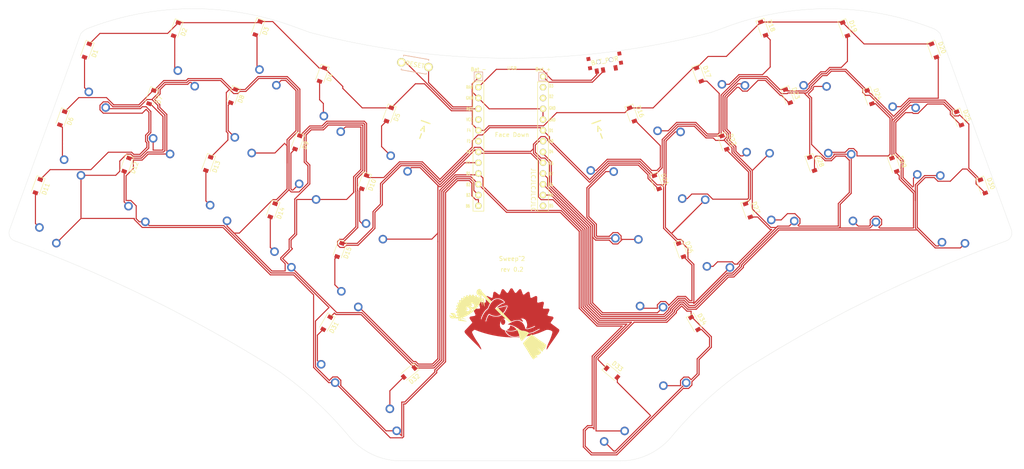
<source format=kicad_pcb>
(kicad_pcb (version 20211014) (generator pcbnew)
  (layers (0 "F.Cu" signal) (31 "B.Cu" signal) (34 "B.Paste" user) (35 "F.Paste" user) (36 "B.SilkS" user "B.Silkscreen") (37 "F.SilkS" user "F.Silkscreen") (38 "B.Mask" user) (39 "F.Mask" user) (44 "Edge.Cuts" user))
  (net 0 "")
  (net 1 "gnd")
  (net 2 "BT+")
  (net 3 "reset")
  (net 4 "row1")
  (net 5 "Net-(D1-Pad2)")
  (net 6 "Net-(D2-Pad2)")
  (net 7 "Net-(D3-Pad2)")
  (net 8 "row2")
  (net 9 "Net-(D6-Pad2)")
  (net 10 "Net-(D9-Pad2)")
  (net 11 "Net-(D10-Pad2)")
  (net 12 "row3")
  (net 13 "raw")
  (net 14 "Net-(D4-Pad2)")
  (net 15 "Net-(D5-Pad2)")
  (net 16 "Net-(D7-Pad2)")
  (net 17 "Net-(D8-Pad2)")
  (net 18 "Net-(D11-Pad2)")
  (net 19 "Net-(D12-Pad2)")
  (net 20 "Net-(D14-Pad2)")
  (net 21 "Net-(D15-Pad2)")
  (net 22 "row4")
  (net 23 "Net-(D17-Pad2)")
  (net 24 "col1")
  (net 25 "col2")
  (net 26 "col3")
  (net 27 "col4")
  (net 28 "col5")
  (net 29 "col6")
  (net 30 "col7")
  (net 31 "col8")
  (net 32 "col9")
  (net 33 "col10")
  (net 37 "Net-(D25-Pad2)")
  (net 38 "Net-(D26-Pad2)")
  (net 39 "Net-(D27-Pad2)")
  (net 40 "Net-(D28-Pad2)")
  (net 41 "Net-(D31-Pad2)")
  (net 42 "Net-(D32-Pad2)")
  (net 43 "Net-(D16-Pad2)")
  (net 44 "Net-(D18-Pad2)")
  (net 45 "Net-(D19-Pad2)")
  (net 46 "Net-(D20-Pad2)")
  (net 47 "Net-(D21-Pad2)")
  (net 48 "Net-(D22-Pad2)")
  (net 49 "Net-(D23-Pad2)")
  (net 50 "Net-(D24-Pad2)")
  (net 51 "Net-(D29-Pad2)")
  (net 53 "Net-(D13-Pad2)")
  (net 54 "Net-(D30-Pad2)")
  (net 55 "Net-(D34-Pad2)")
  (net 58 "Net-(D33-Pad2)")
  (footprint "sweep-Kicad-Footprints-main:SW_PG1350_single_b2" (layer "F.Cu") (at 105.243892 62.794539 -20)
    (fp_text reference "MX3")
    (fp_text value "MX-NoLED")
  )
  (footprint "sweep-Kicad-Footprints-main:SW_PG1350_single_b2" (layer "F.Cu") (at 217.435308 78.826194 20)
    (fp_text reference "MX23")
    (fp_text value "MX-NoLED")
  )
  (footprint "sweep-Kicad-Footprints-main:SW_PG1350_single_b2" (layer "F.Cu") (at 211.620965 62.851419 20)
    (fp_text reference "MX18")
    (fp_text value "MX-NoLED")
  )
  (footprint "sweep-Kicad-Footprints-main:SW_PG1350_single_b2" (layer "F.Cu") (at 99.429549 78.769313 -20)
    (fp_text reference "MX8")
    (fp_text value "MX-NoLED")
  )
  (footprint "sweep-Kicad-Footprints-main:SW_PG1350_single_b2" (layer "F.Cu") (at 80.189345 79.002861 -20)
    (fp_text reference "MX7")
    (fp_text value "MX-NoLED")
  )
  (footprint "Diode_SMD:D_SOD-123" (layer "F.Cu") (at 248.851722 87.077982 -70)
    (fp_text reference "D29")
    (fp_text value "1N4148W")
  )
  (footprint "sweep-Kicad-Footprints-main:SW_PG1350_single_b2" (layer "F.Cu") (at 53.390496 100.003614 -20)
    (fp_text reference "MX11")
    (fp_text value "MX-NoLED")
  )
  (footprint "Diode_SMD:D_SOD-123" (layer "F.Cu") (at 242.999999 71.141846 -70)
    (fp_text reference "D24")
    (fp_text value "1N4148W")
  )
  (footprint "Diode_SMD:D_SOD-123" (layer "F.Cu") (at 269.704861 92.197392 -70)
    (fp_text reference "D30")
    (fp_text value "1N4148W")
  )
  (footprint "Diode_SMD:D_SOD-123" (layer "F.Cu") (at 52.780845 76.134282 -110)
    (fp_text reference "D6")
    (fp_text value "1N4148W")
  )
  (footprint "Diode_SMD:D_SOD-123" (layer "F.Cu") (at 115.091881 124.434416 -120)
    (fp_text reference "D31")
    (fp_text value "1N4148W")
  )
  (footprint "sweep-Kicad-Footprints-main:SW_PG1350_single_b2" (layer "F.Cu") (at 263.474361 100.060496 20)
    (fp_text reference "MX30")
    (fp_text value "MX-NoLED")
  )
  (footprint "Diode_SMD:D_SOD-123" (layer "F.Cu") (at 73.778487 71.141846 -110)
    (fp_text reference "D7")
    (fp_text value "1N4148W")
  )
  (footprint "Diode_SMD:D_SOD-123" (layer "F.Cu") (at 118.111589 107.164538 -110)
    (fp_text reference "D15")
    (fp_text value "1N4148W")
  )
  (footprint "sweep-Kicad-Footprints-main:SW_PG1350_single_b2" (layer "F.Cu") (at 93.615207 94.744088 -20)
    (fp_text reference "MX13")
    (fp_text value "MX-NoLED")
  )
  (footprint "Diode_SMD:D_SOD-123" (layer "F.Cu") (at 202.793961 65.837962 -70)
    (fp_text reference "D17")
    (fp_text value "1N4148W")
  )
  (footprint "Diode_SMD:D_SOD-123" (layer "F.Cu") (at 67.926718 87.08723 -110)
    (fp_text reference "D12")
    (fp_text value "1N4148W")
  )
  (footprint "sweep-Kicad-Footprints-main:SW_PG1350_single_b2" (layer "F.Cu") (at 192.327887 115.101081 20)
    (fp_text reference "MX26")
    (fp_text value "MX-NoLED")
  )
  (footprint "sweep-Kicad-Footprints-main:SW_PG1350_single_b2" (layer "F.Cu") (at 136.165655 83.094652 -20)
    (fp_text reference "MX5")
    (fp_text value "MX-NoLED")
  )
  (footprint "Diode_SMD:D_SOD-123" (layer "F.Cu") (at 87.181537 86.87259 -110)
    (fp_text reference "D13")
    (fp_text value "1N4148W")
  )
  (footprint "footprints:small_ferris" (layer "F.Cu") (at 148.405404 120.504344 40)
    (fp_text reference "G***")
    (fp_text value "LOGO" hide)
  )
  (footprint "sweep-Kicad-Footprints-main:SW_PG1350_single_b2" (layer "F.Cu") (at 180.699202 83.151532 20)
    (fp_text reference "MX16")
    (fp_text value "MX-NoLED")
  )
  (footprint "sweep-Kicad-Footprints-main:SW_PG1350_single_b2" (layer "F.Cu") (at 120.414056 73.743334 -20)
    (fp_text reference "MX4")
    (fp_text value "MX-NoLED")
  )
  (footprint "sweep-Kicad-Footprints-main:SW_PG1350_single_b2" (layer "F.Cu") (at 186.513544 99.126306 20)
    (fp_text reference "MX21")
    (fp_text value "MX-NoLED")
  )
  (footprint "Diode_SMD:D_SOD-123" (layer "F.Cu") (at 58.582513 60.181726 -110)
    (fp_text reference "D1")
    (fp_text value "1N4148W")
  )
  (footprint "kbd:ResetSW" (layer "F.Cu") (at 135.89 63.5 -10)
    (fp_text reference "RSW1" hide)
    (fp_text value "SW_Push")
  )
  (footprint "sweep-Kicad-Footprints-main:SW_PG1350_single_b2" (layer "F.Cu") (at 130.351313 99.069425 -20)
    (fp_text reference "MX10")
    (fp_text value "MX-NoLED")
  )
  (footprint "sweep-Kicad-Footprints-main:SPDT_C128955" (layer "F.Cu") (at 180.6 62.6 10)
    (fp_text reference "BAT_PWR")
    (fp_text value "SW_SPDT")
  )
  (footprint "sweep-Kicad-Footprints-main:SW_PG1350_single_b2" (layer "F.Cu") (at 236.675512 79.059741 20)
    (fp_text reference "MX24")
    (fp_text value "MX-NoLED")
  )
  (footprint "Diode_SMD:D_SOD-123" (layer "F.Cu") (at 108.193615 81.815615 -110)
    (fp_text reference "D9")
    (fp_text value "1N4148W")
  )
  (footprint "sweep-Kicad-Footprints-main:SW_PG1350_single_b2" (layer "F.Cu") (at 65.019181 68.054066 -20)
    (fp_text reference "MX1")
    (fp_text value "MX-NoLED")
  )
  (footprint "sweep-Kicad-Footprints-main:SW_PG1350_single_b2" (layer "F.Cu") (at 120.016467 133.315018 -30)
    (fp_text reference "MX31")
    (fp_text value "MX-NoLED")
  )
  (footprint "sweep-Kicad-Footprints-main:SW_PG1350_single_b2" (layer "F.Cu") (at 223.24965 94.800968 20)
    (fp_text reference "MX28")
    (fp_text value "MX-NoLED")
  )
  (footprint "Diode_SMD:D_SOD-123" (layer "F.Cu") (at 182.313635 136.10606 -40)
    (fp_text reference "D33")
    (fp_text value "1N4148W")
  )
  (footprint "sweep-Kicad-Footprints-main:SW_PG1350_single_b2" (layer "F.Cu") (at 180.773486 146.017754 50)
    (fp_text reference "MX33")
    (fp_text value "MX-NoLED")
  )
  (footprint "kbd:1pin_conn" (layer "F.Cu") (at 166.0564 66.3)
    (fp_text reference "Bat +")
    (fp_text value "MountingHole_Pad" hide)
  )
  (footprint "Diode_SMD:D_SOD-123" (layer "F.Cu") (at 47.015128 92.122692 -110)
    (fp_text reference "D11")
    (fp_text value "1N4148W")
  )
  (footprint "Diode_SMD:D_SOD-123" (layer "F.Cu") (at 208.8 81.858641 -70)
    (fp_text reference "D22")
    (fp_text value "1N4148W")
  )
  (footprint "Diode_SMD:D_SOD-123" (layer "F.Cu") (at 217.938514 55.001276 -70)
    (fp_text reference "D18")
    (fp_text value "1N4148W")
  )
  (footprint "Diode_SMD:D_SOD-123" (layer "F.Cu") (at 113.973769 65.84823 -110)
    (fp_text reference "D4")
    (fp_text value "1N4148W")
  )
  (footprint "sweep-Kicad-Footprints-main:SW_PG1350_single_b2" (layer "F.Cu") (at 86.003688 63.028086 -20)
    (fp_text reference "MX2")
    (fp_text value "MX-NoLED")
  )
  (footprint "Diode_SMD:D_SOD-123" (layer "F.Cu") (at 192.853154 91.218071 -70)
    (fp_text reference "D21")
    (fp_text value "1N4148W")
  )
  (footprint "sweep-Kicad-Footprints-main:SW_PG1350_single_b2" (layer "F.Cu") (at 196.450801 73.800214 20)
    (fp_text reference "MX17")
    (fp_text value "MX-NoLED")
  )
  (footprint "kbd:1pin_conn" (layer "F.Cu") (at 150.848939 66.214876)
    (fp_text reference "Bat -")
    (fp_text value "MountingHole_Pad" hide)
  )
  (footprint "sweep-Kicad-Footprints-main:SW_PG1350_single_b2" (layer "F.Cu") (at 208.079486 105.749764 20)
    (fp_text reference "MX27")
    (fp_text value "MX-NoLED")
  )
  (footprint "sweep-Kicad-Footprints-main:SW_PG1350_single_b2" (layer "F.Cu") (at 108.785371 105.692883 -20)
    (fp_text reference "MX14")
    (fp_text value "MX-NoLED")
  )
  (footprint "Diode_SMD:D_SOD-123" (layer "F.Cu") (at 223.744991 70.912376 -70)
    (fp_text reference "D23")
    (fp_text value "1N4148W")
  )
  (footprint "Diode_SMD:D_SOD-123" (layer "F.Cu") (at 129.750589 75.230743 -110)
    (fp_text reference "D5")
    (fp_text value "1N4148W")
  )
  (footprint "sweep-Kicad-Footprints-main:SW_PG1350_single_b2" (layer "F.Cu") (at 124.53697 115.0442 -20)
    (fp_text reference "MX15")
    (fp_text value "MX-NoLED")
  )
  (footprint "Diode_SMD:D_SOD-123" (layer "F.Cu") (at 134.503102 136.026734 -140)
    (fp_text reference "D32")
    (fp_text value "1N4148W")
  )
  (footprint "sweep-Kicad-Footprints-main:SW_PG1350_single_b2" (layer "F.Cu") (at 251.845676 68.110946 20)
    (fp_text reference "MX20")
    (fp_text value "MX-NoLED")
  )
  (footprint "Diode_SMD:D_SOD-123" (layer "F.Cu") (at 198.602358 107.186538 -70)
    (fp_text reference "D26")
    (fp_text value "1N4148W")
  )
  (footprint "MountingHole:MountingHole_2.2mm_M2" (layer "F.Cu") (at 128.6 66)
    (fp_text reference "REF**")
    (fp_text value "MountingHole_2.2mm_M2")
  )
  (footprint "Diode_SMD:D_SOD-123" (layer "F.Cu") (at 102.363359 97.804025 -110)
    (fp_text reference "D14")
    (fp_text value "1N4148W")
  )
  (footprint "Diode_SMD:D_SOD-123" (layer "F.Cu") (at 229.464192 86.893615 -70)
    (fp_text reference "D28")
    (fp_text value "1N4148W")
  )
  (footprint "Diode_SMD:D_SOD-123" (layer "F.Cu") (at 79.575154 55.154031 -110)
    (fp_text reference "D2")
    (fp_text value "1N4148W")
  )
  (footprint "Diode_SMD:D_SOD-123" (layer "F.Cu") (at 201.785648 124.48273 -60)
    (fp_text reference "D34")
    (fp_text value "1N4148W")
  )
  (footprint "Diode_SMD:D_SOD-123" (layer "F.Cu") (at 187.042239 75.237914 -70)
    (fp_text reference "D16")
    (fp_text value "1N4148W")
  )
  (footprint "sweep-Kicad-Footprints-main:SW_PG1350_single_b2" (layer "F.Cu") (at 202.265143 89.774989 20)
    (fp_text reference "MX22")
    (fp_text value "MX-NoLED")
  )
  (footprint "Diode_SMD:D_SOD-123" (layer "F.Cu") (at 214.350589 97.847051 -70)
    (fp_text reference "D27")
    (fp_text value "1N4148W")
  )
  (footprint "sweep-Kicad-Footprints-main:SW_PG1350_single_b2" (layer "F.Cu") (at 196.85 133.35 30)
    (fp_text reference "MX34")
    (fp_text value "MX-NoLED")
  )
  (footprint "Diode_SMD:D_SOD-123" (layer "F.Cu") (at 264.098884 76.17877 -70)
    (fp_text reference "D25")
    (fp_text value "1N4148W")
  )
  (footprint "copper_pads:ferris_sweep" (layer "F.Cu") (at 157.48 124.46)
    (fp_text reference "G***" hide)
    (fp_text value "LOGO" hide)
  )
  (footprint "sweep-Kicad-Footprints-main:SW_PG1350_single_b2" (layer "F.Cu") (at 59.204838 84.028841 -20)
    (fp_text reference "MX6")
    (fp_text value "MX-NoLED")
  )
  (footprint "sweep-Kicad-Footprints-main:SW_PG1350_single_b2" (layer "F.Cu") (at 257.660019 84.085721 20)
    (fp_text reference "MX25")
    (fp_text value "MX-NoLED")
  )
  (footprint "MountingHole:MountingHole_2.2mm_M2" (layer "F.Cu") (at 244.6 105.4)
    (fp_text reference "REF**")
    (fp_text value "MountingHole_2.2mm_M2")
  )
  (footprint "sweep-Kicad-Footprints-main:SW_PG1350_single_b2" (layer "F.Cu") (at 114.599714 89.718109 -20)
    (fp_text reference "MX9")
    (fp_text value "MX-NoLED")
  )
  (footprint "sweep-Kicad-Footprints-main:SW_PG1350_single_b2" (layer "F.Cu") (at 74.375003 94.977635 -20)
    (fp_text reference "MX12")
    (fp_text value "MX-NoLED")
  )
  (footprint "MountingHole:MountingHole_2.2mm_M2" (layer "F.Cu") (at 188 66.2)
    (fp_text reference "REF**")
    (fp_text value "MountingHole_2.2mm_M2")
  )
  (footprint "MountingHole:MountingHole_2.2mm_M2" (layer "F.Cu") (at 158.636158 146.919995)
    (fp_text reference "REF**")
    (fp_text value "MountingHole_2.2mm_M2")
  )
  (footprint "sweep-Kicad-Footprints-main:SW_PG1350_single_b2" (layer "F.Cu") (at 136.092981 145.982772 -50)
    (fp_text reference "MX32")
    (fp_text value "MX-NoLED")
  )
  (footprint "MountingHole:MountingHole_2.2mm_M2" (layer "F.Cu") (at 72.4 105.5)
    (fp_text reference "REF**")
    (fp_text value "MountingHole_2.2mm_M2")
  )
  (footprint "Diode_SMD:D_SOD-123" (layer "F.Cu") (at 98.827897 54.89577 -110)
    (fp_text reference "D3")
    (fp_text value "1N4148W")
  )
  (footprint "Diode_SMD:D_SOD-123" (layer "F.Cu") (at 258.195974 60.166897 -70)
    (fp_text reference "D20")
    (fp_text value "1N4148W")
  )
  (footprint "sweep-Kicad-Footprints-main:SW_PG1350_single_b2" (layer "F.Cu") (at 242.489854 95.034515 20)
    (fp_text reference "MX29")
    (fp_text value "MX-NoLED")
  )
  (footprint "Diode_SMD:D_SOD-123" (layer "F.Cu") (at 93.040666 70.904717 -110)
    (fp_text reference "D8")
    (fp_text value "1N4148W")
  )
  (footprint "sweep-Kicad-Footprints-main:SW_PG1350_single_b2" (layer "F.Cu") (at 230.861169 63.084967 20)
    (fp_text reference "MX19")
    (fp_text value "MX-NoLED")
  )
  (footprint "Diode_SMD:D_SOD-123" (layer "F.Cu") (at 123.920333 91.17564 -110)
    (fp_text reference "D10")
    (fp_text value "1N4148W")
  )
  (footprint "kbd:ProMicro_v2_1side" (layer "F.Cu") (at 158.4 83.3)
    (fp_text reference "U1" hide)
    (fp_text value "ProMicro" hide)
  )
  (footprint "Diode_SMD:D_SOD-123" (layer "F.Cu") (at 237.230885 55.121654 -70)
    (fp_text reference "D19")
    (fp_text value "1N4148W")
  )
  (gr_line (start 111.086481 55.899376) (end 107.142357 54.455069) (layer "Edge.Cuts") (width 0.05))
  (gr_arc (start 205.681249 55.905242) (mid 158.383488 61.977943) (end 111.086481 55.899376) (layer "Edge.Cuts") (width 0.05))
  (gr_arc (start 213.214748 135.553189) (mid 243.380018 118.640954) (end 275.176346 105.040925) (layer "Edge.Cuts") (width 0.05))
  (gr_arc (start 59.150012 54.819562) (mid 83.113335 50.312125) (end 107.142357 54.455069) (layer "Edge.Cuts") (width 0.05))
  (gr_line (start 57.120394 56.223778) (end 40.315845 102.516591) (layer "Edge.Cuts") (width 0.05))
  (gr_arc (start 41.591384 105.035059) (mid 73.387712 118.635088) (end 103.552982 135.547323) (layer "Edge.Cuts") (width 0.05))
  (gr_line (start 184.264746 156.872837) (end 132.530834 156.866971) (layer "Edge.Cuts") (width 0.05))
  (gr_line (start 209.625373 54.460935) (end 205.681249 55.905242) (layer "Edge.Cuts") (width 0.05))
  (gr_arc (start 57.120394 56.223778) (mid 58.026002 55.363833) (end 59.150012 54.819562) (layer "Edge.Cuts") (width 0.05))
  (gr_arc (start 41.591384 105.035059) (mid 40.43387 104.039062) (end 40.315845 102.516591) (layer "Edge.Cuts") (width 0.05))
  (gr_arc (start 276.451885 102.522457) (mid 276.33386 104.044928) (end 275.176346 105.040925) (layer "Edge.Cuts") (width 0.05))
  (gr_line (start 276.451885 102.522457) (end 259.647336 56.229644) (layer "Edge.Cuts") (width 0.05))
  (gr_arc (start 196.162657 151.391587) (mid 190.804285 155.414165) (end 184.264746 156.872837) (layer "Edge.Cuts") (width 0.05))
  (gr_arc (start 209.625373 54.460935) (mid 233.654395 50.317991) (end 257.617718 54.825428) (layer "Edge.Cuts") (width 0.05))
  (gr_arc (start 196.162657 151.391587) (mid 204.164482 142.907996) (end 213.214748 135.553189) (layer "Edge.Cuts") (width 0.05))
  (gr_arc (start 132.530834 156.866971) (mid 125.978643 155.408531) (end 120.605073 151.385721) (layer "Edge.Cuts") (width 0.05))
  (gr_arc (start 103.552982 135.547323) (mid 112.603248 142.90213) (end 120.605073 151.385721) (layer "Edge.Cuts") (width 0.05))
  (gr_arc (start 257.617718 54.825428) (mid 258.741728 55.369699) (end 259.647336 56.229644) (layer "Edge.Cuts") (width 0.05))
  (gr_text "->|" (at 137.669168 78.738202 70) (layer "F.SilkS") (effects (font (size 1.5 1.5) (thickness 0.3))))
  (gr_text "JLCJLCJLCJLC" (at 163.75 93 -90) (layer "F.SilkS") (effects (font (size 1 1))))
  (gr_text "rev 0.2" (at 158.75 111.76) (layer "F.SilkS") (effects (font (size 1 1))))
  (gr_text "Sweep^2" (at 158.75 109.22) (layer "F.SilkS") (effects (font (size 1 1))))
  (gr_text "Face Down\n" (at 158.75 80.01) (layer "F.SilkS") (effects (font (size 1 1))))
  (gr_text "->|" (at 179.152389 78.795525 110) (layer "F.SilkS") (effects (font (size 1.5 1.5) (thickness 0.3))))
  (segment (start 139.090625 67.704907) (end 139.090625 64.064357) (width 0.25) (layer "F.Cu") (net 1))
  (segment (start 149.4 68) (end 149.4 69.9256) (width 0.25) (layer "F.Cu") (net 1))
  (segment (start 150.848939 66.551061) (end 150.848939 66.214876) (width 0.25) (layer "F.Cu") (net 1))
  (segment (start 149.4 68) (end 150.848939 66.551061) (width 0.25) (layer "F.Cu") (net 1))
  (segment (start 149.4 69.9256) (end 150.8364 71.362) (width 0.25) (layer "F.Cu") (net 1))
  (segment (start 149.4 73.45248) (end 144.838198 73.45248) (width 0.25) (layer "F.Cu") (net 1))
  (segment (start 153.3764 73.902) (end 150.8364 71.362) (width 0.25) (layer "F.Cu") (net 1))
  (segment (start 149.4 68) (end 149.4 73.45248) (width 0.25) (layer "F.Cu") (net 1))
  (segment (start 166.0564 76.442) (end 166.0564 73.902) (width 0.25) (layer "F.Cu") (net 1))
  (segment (start 144.838198 73.45248) (end 139.090625 67.704907) (width 0.25) (layer "F.Cu") (net 1))
  (segment (start 166.0564 73.902) (end 153.3764 73.902) (width 0.25) (layer "F.Cu") (net 1))
  (segment (start 177.702173 67.624511) (end 180.221714 65.10497) (width 0.25) (layer "F.Cu") (net 2))
  (segment (start 180.221714 65.10497) (end 180.221714 64.773712) (width 0.25) (layer "F.Cu") (net 2))
  (segment (start 167.380911 67.624511) (end 177.702173 67.624511) (width 0.25) (layer "F.Cu") (net 2))
  (segment (start 166.0564 66.3) (end 167.380911 67.624511) (width 0.25) (layer "F.Cu") (net 2))
  (segment (start 144.652 73.902) (end 150.8364 73.902) (width 0.25) (layer "F.Cu") (net 3))
  (segment (start 132.689375 62.935643) (end 133.685643 62.935643) (width 0.25) (layer "F.Cu") (net 3))
  (segment (start 133.685643 62.935643) (end 144.652 73.902) (width 0.25) (layer "F.Cu") (net 3))
  (segment (start 186.477906 73.687421) (end 185.365327 74.8) (width 0.25) (layer "F.Cu") (net 4))
  (segment (start 217.374181 53.450783) (end 236.546174 53.450783) (width 0.25) (layer "F.Cu") (net 4))
  (segment (start 201.396531 64.287469) (end 202.229628 64.287469) (width 0.25) (layer "F.Cu") (net 4))
  (segment (start 152.218 78.982) (end 150.8364 78.982) (width 0.25) (layer "F.Cu") (net 4))
  (segment (start 149.4 74.35152) (end 144.465803 74.35152) (width 0.25) (layer "F.Cu") (net 4))
  (segment (start 236.666552 53.571161) (end 241.711795 58.616404) (width 0.25) (layer "F.Cu") (net 4))
  (segment (start 185.365327 74.8) (end 169.3 74.8) (width 0.25) (layer "F.Cu") (net 4))
  (segment (start 113.319737 64.297737) (end 102.367277 53.345277) (width 0.25) (layer "F.Cu") (net 4))
  (segment (start 114.538102 64.297737) (end 118.872 68.631635) (width 0.25) (layer "F.Cu") (net 4))
  (segment (start 138.114283 68) (end 135.995172 68) (width 0.25) (layer "F.Cu") (net 4))
  (segment (start 150.8364 78.982) (end 149.4 77.5456) (width 0.25) (layer "F.Cu") (net 4))
  (segment (start 153.304511 77.895489) (end 152.218 78.982) (width 0.25) (layer "F.Cu") (net 4))
  (segment (start 241.711795 58.616404) (end 257.631641 58.616404) (width 0.25) (layer "F.Cu") (net 4))
  (segment (start 102.367277 53.345277) (end 99.39223 53.345277) (width 0.25) (layer "F.Cu") (net 4))
  (segment (start 114.538102 64.297737) (end 113.319737 64.297737) (width 0.25) (layer "F.Cu") (net 4))
  (segment (start 169.3 74.8) (end 166.204511 77.895489) (width 0.25) (layer "F.Cu") (net 4))
  (segment (start 191.996579 73.687421) (end 201.396531 64.287469) (width 0.25) (layer "F.Cu") (net 4))
  (segment (start 144.465803 74.35152) (end 138.114283 68) (width 0.25) (layer "F.Cu") (net 4))
  (segment (start 118.872 69.088) (end 123.46425 73.68025) (width 0.25) (layer "F.Cu") (net 4))
  (segment (start 118.872 68.631635) (end 118.872 69.088) (width 0.25) (layer "F.Cu") (net 4))
  (segment (start 186.477906 73.687421) (end 191.996579 73.687421) (width 0.25) (layer "F.Cu") (net 4))
  (segment (start 236.546174 53.450783) (end 236.666552 53.571161) (width 0.25) (layer "F.Cu") (net 4))
  (segment (start 59.146846 58.631233) (end 61.644079 56.134) (width 0.25) (layer "F.Cu") (net 4))
  (segment (start 80.139487 53.603538) (end 99.133969 53.603538) (width 0.25) (layer "F.Cu") (net 4))
  (segment (start 166.204511 77.895489) (end 153.304511 77.895489) (width 0.25) (layer "F.Cu") (net 4))
  (segment (start 135.995172 68) (end 130.314922 73.68025) (width 0.25) (layer "F.Cu") (net 4))
  (segment (start 209.265088 61.559876) (end 217.374181 53.450783) (width 0.25) (layer "F.Cu") (net 4))
  (segment (start 149.4 77.5456) (end 149.4 74.35152) (width 0.25) (layer "F.Cu") (net 4))
  (segment (start 204.957221 61.559876) (end 209.265088 61.559876) (width 0.25) (layer "F.Cu") (net 4))
  (segment (start 61.644079 56.134) (end 77.609025 56.134) (width 0.25) (layer "F.Cu") (net 4))
  (segment (start 202.229628 64.287469) (end 204.957221 61.559876) (width 0.25) (layer "F.Cu") (net 4))
  (segment (start 77.609025 56.134) (end 80.139487 53.603538) (width 0.25) (layer "F.Cu") (net 4))
  (segment (start 123.46425 73.68025) (end 130.314922 73.68025) (width 0.25) (layer "F.Cu") (net 4))
  (segment (start 99.133969 53.603538) (end 99.39223 53.345277) (width 0.25) (layer "F.Cu") (net 4))
  (segment (start 58.01818 68.911936) (end 59.021041 69.914797) (width 0.25) (layer "F.Cu") (net 5))
  (segment (start 58.01818 61.732219) (end 58.01818 68.911936) (width 0.25) (layer "F.Cu") (net 5))
  (segment (start 79.271336 56.965039) (end 79.271336 64.154605) (width 0.25) (layer "F.Cu") (net 6))
  (segment (start 79.010821 56.704524) (end 79.271336 56.965039) (width 0.25) (layer "F.Cu") (net 6))
  (segment (start 79.271336 64.154605) (end 80.005548 64.888817) (width 0.25) (layer "F.Cu") (net 6))
  (segment (start 98.662929 56.845628) (end 98.662929 64.072447) (width 0.25) (layer "F.Cu") (net 7))
  (segment (start 98.263564 56.446263) (end 98.662929 56.845628) (width 0.25) (layer "F.Cu") (net 7))
  (segment (start 98.662929 64.072447) (end 99.245752 64.65527) (width 0.25) (layer "F.Cu") (net 7))
  (segment (start 150.753329 80.068511) (end 151.767207 80.068511) (width 0.25) (layer "F.Cu") (net 8))
  (segment (start 90.274419 66.782241) (end 92.846402 69.354224) (width 0.25) (layer "F.Cu") (net 8))
  (segment (start 192.288821 89.667578) (end 188.871723 86.25048) (width 0.25) (layer "F.Cu") (net 8))
  (segment (start 237.444313 64.6) (end 233.8 64.6) (width 0.25) (layer "F.Cu") (net 8))
  (segment (start 232.776492 65.623508) (end 231.71221 65.623508) (width 0.25) (layer "F.Cu") (net 8))
  (segment (start 242.435666 69.591353) (end 237.444313 64.6) (width 0.25) (layer "F.Cu") (net 8))
  (segment (start 111.076061 77.947009) (end 113.968742 77.947009) (width 0.25) (layer "F.Cu") (net 8))
  (segment (start 243.277092 70.27246) (end 243.116773 70.27246) (width 0.25) (layer "F.Cu") (net 8))
  (segment (start 92.846402 69.354224) (end 93.604999 69.354224) (width 0.25) (layer "F.Cu") (net 8))
  (segment (start 81.968239 67.231761) (end 82.41776 66.782241) (width 0.25) (layer "F.Cu") (net 8))
  (segment (start 95.845776 69.354224) (end 98.9 66.3) (width 0.25) (layer "F.Cu") (net 8))
  (segment (start 223.180658 69.361883) (end 221.879413 69.361883) (width 0.25) (layer "F.Cu") (net 8))
  (segment (start 98.9 66.3) (end 105.79503 66.3) (width 0.25) (layer "F.Cu") (net 8))
  (segment (start 53.345178 74.583789) (end 56.673659 71.255308) (width 0.25) (layer "F.Cu") (net 8))
  (segment (start 105.79503 66.3) (end 108.757948 69.262918) (width 0.25) (layer "F.Cu") (net 8))
  (segment (start 123.958021 76.82496) (end 124.484666 77.351606) (width 0.25) (layer "F.Cu") (net 8))
  (segment (start 221.879413 69.361883) (end 218.81753 66.3) (width 0.25) (layer "F.Cu") (net 8))
  (segment (start 208.027615 80.308148) (end 204.643866 80.308148) (width 0.25) (layer "F.Cu") (net 8))
  (segment (start 56.673659 71.255308) (end 63.189806 71.255308) (width 0.25) (layer "F.Cu") (net 8))
  (segment (start 74.34282 69.591353) (end 76.702414 67.231761) (width 0.25) (layer "F.Cu") (net 8))
  (segment (start 197.727263 77.554369) (end 194.154602 81.12703) (width 0.25) (layer "F.Cu") (net 8))
  (segment (start 228.802893 68.921159) (end 228.017641 69.706411) (width 0.25) (layer "F.Cu") (net 8))
  (segment (start 228.017641 69.706411) (end 223.525186 69.706411) (width 0.25) (layer "F.Cu") (net 8))
  (segment (start 115.09079 76.82496) (end 123.958021 76.82496) (width 0.25) (layer "F.Cu") (net 8))
  (segment (start 63.189806 71.255308) (end 64.890978 72.95648) (width 0.25) (layer "F.Cu") (net 8))
  (segment (start 128.528564 90.1) (end 132.229278 86.399287) (width 0.25) (layer "F.Cu") (net 8))
  (segment (start 82.41776 66.782241) (end 90.274419 66.782241) (width 0.25) (layer "F.Cu") (net 8))
  (segment (start 194.154602 81.12703) (end 194.154602 87.801797) (width 0.25) (layer "F.Cu") (net 8))
  (segment (start 181.378171 86.25048) (end 177.032184 90.596466) (width 0.25) (layer "F.Cu") (net 8))
  (segment (start 208.027615 70.672385) (end 208.027615 80.308148) (width 0.25) (layer "F.Cu") (net 8))
  (segment (start 167.592431 80.518031) (end 166.0564 78.982) (width 0.25) (layer "F.Cu") (net 8))
  (segment (start 231.71221 65.623508) (end 228.802893 68.532825) (width 0.25) (layer "F.Cu") (net 8))
  (segment (start 263.534551 74.628277) (end 260.771375 71.865101) (width 0.25) (layer "F.Cu") (net 8))
  (segment (start 70.817374 72.95648) (end 74.182501 69.591353) (width 0.25) (layer "F.Cu") (net 8))
  (segment (start 149.4 81.42184) (end 150.753329 80.068511) (width 0.25) (layer "F.Cu") (net 8))
  (segment (start 228.802893 68.532825) (end 228.802893 68.921159) (width 0.25) (layer "F.Cu") (net 8))
  (segment (start 248.684457 75.679825) (end 243.277092 70.27246) (width 0.25) (layer "F.Cu") (net 8))
  (segment (start 260.771375 71.865101) (end 252.499181 71.865101) (width 0.25) (layer "F.Cu") (net 8))
  (segment (start 124.959519 90.1) (end 128.528564 90.1) (width 0.25) (layer "F.Cu") (net 8))
  (segment (start 149.4 82.892847) (end 149.4 81.42184) (width 0.25) (layer "F.Cu") (net 8))
  (segment (start 132.229278 86.399287) (end 137.635006 86.399287) (width 0.25) (layer "F.Cu") (net 8))
  (segment (start 218.81753 66.3) (end 212.4 66.3) (width 0.25) (layer "F.Cu") (net 8))
  (segment (start 93.604999 69.354224) (end 95.845776 69.354224) (width 0.25) (layer "F.Cu") (net 8))
  (segment (start 124.484666 77.351606) (end 124.484666 89.625147) (width 0.25) (layer "F.Cu") (net 8))
  (segment (start 233.8 64.6) (end 232.776492 65.623508) (width 0.25) (layer "F.Cu") (net 8))
  (segment (start 64.890978 72.95648) (end 70.817374 72.95648) (width 0.25) (layer "F.Cu") (net 8))
  (segment (start 124.484666 89.625147) (end 124.959519 90.1) (width 0.25) (layer "F.Cu") (net 8))
  (segment (start 212.4 66.3) (end 208.027615 70.672385) (width 0.25) (layer "F.Cu") (net 8))
  (segment (start 194.154602 87.801797) (end 192.288821 89.667578) (width 0.25) (layer "F.Cu") (net 8))
  (segment (start 201.890087 77.554369) (end 197.727263 77.554369) (width 0.25) (layer "F.Cu") (net 8))
  (segment (start 204.643866 80.308148) (end 201.890087 77.554369) (width 0.25) (layer "F.Cu") (net 8))
  (segment (start 141.764283 90.528564) (end 149.4 82.892847) (width 0.25) (layer "F.Cu") (net 8))
  (segment (start 167.592431 81.156713) (end 167.592431 80.518031) (width 0.25) (layer "F.Cu") (net 8))
  (segment (start 74.182501 69.591353) (end 74.34282 69.591353) (width 0.25) (layer "F.Cu") (net 8))
  (segment (start 188.871723 86.25048) (end 181.378171 86.25048) (width 0.25) (layer "F.Cu") (net 8))
  (segment (start 151.767207 80.068511) (end 153.490709 78.345009) (width 0.25) (layer "F.Cu") (net 8))
  (segment (start 177.032184 90.596466) (end 167.592431 81.156713) (width 0.25) (layer "F.Cu") (net 8))
  (segment (start 76.702414 67.231761) (end 81.968239 67.231761) (width 0.25) (layer "F.Cu") (net 8))
  (segment (start 137.635006 86.399287) (end 141.764283 90.528564) (width 0.25) (layer "F.Cu") (net 8))
  (segment (start 153.490709 78.345009) (end 165.419409 78.345009) (width 0.25) (layer "F.Cu") (net 8))
  (segment (start 252.499181 71.865101) (end 248.684457 75.679825) (width 0.25) (layer "F.Cu") (net 8))
  (segment (start 108.757948 80.265122) (end 111.076061 77.947009) (width 0.25) (layer "F.Cu") (net 8))
  (segment (start 113.968742 77.947009) (end 115.09079 76.82496) (width 0.25) (layer "F.Cu") (net 8))
  (segment (start 165.419409 78.345009) (end 166.0564 78.982) (width 0.25) (layer "F.Cu") (net 8))
  (segment (start 108.757948 69.262918) (end 108.757948 80.265122) (width 0.25) (layer "F.Cu") (net 8))
  (segment (start 243.116773 70.27246) (end 242.435666 69.591353) (width 0.25) (layer "F.Cu") (net 8))
  (segment (start 223.525186 69.706411) (end 223.180658 69.361883) (width 0.25) (layer "F.Cu") (net 8))
  (segment (start 52.216512 77.684775) (end 52.811108 78.279371) (width 0.25) (layer "F.Cu") (net 9))
  (segment (start 52.811108 78.279371) (end 52.811108 85.493982) (width 0.25) (layer "F.Cu") (net 9))
  (segment (start 52.811108 85.493982) (end 53.206698 85.889572) (width 0.25) (layer "F.Cu") (net 9))
  (segment (start 106.64952 84.34587) (end 106.64952 92.795026) (width 0.25) (layer "F.Cu") (net 10))
  (segment (start 107.129934 93.05048) (end 108.601574 91.57884) (width 0.25) (layer "F.Cu") (net 10))
  (segment (start 106.904974 93.05048) (end 107.129934 93.05048) (width 0.25) (layer "F.Cu") (net 10))
  (segment (start 106.64952 92.795026) (end 106.904974 93.05048) (width 0.25) (layer "F.Cu") (net 10))
  (segment (start 107.629282 83.366108) (end 106.64952 84.34587) (width 0.25) (layer "F.Cu") (net 10))
  (segment (start 123.356 92.726133) (end 122.84952 93.232613) (width 0.25) (layer "F.Cu") (net 11))
  (segment (start 122.84952 93.232613) (end 122.84952 100.382503) (width 0.25) (layer "F.Cu") (net 11))
  (segment (start 123.397173 100.930156) (end 124.353173 100.930156) (width 0.25) (layer "F.Cu") (net 11))
  (segment (start 122.84952 100.382503) (end 123.397173 100.930156) (width 0.25) (layer "F.Cu") (net 11))
  (segment (start 122.4 93.164448) (end 122.313755 93.078203) (width 0.25) (layer "F.Cu") (net 12))
  (segment (start 124.035146 88.564854) (end 124.035146 77.537803) (width 0.25) (layer "F.Cu") (net 12))
  (segment (start 73.9 71.704828) (end 72.704744 71.704828) (width 0.25) (layer "F.Cu") (net 12))
  (segment (start 126 98.104326) (end 127.752423 96.351903) (width 0.25) (layer "F.Cu") (net 12))
  (segment (start 228.899859 71.499859) (end 227.555931 70.155931) (width 0.25) (layer "F.Cu") (net 12))
  (segment (start 228.899859 85.343122) (end 228.899859 71.499859) (width 0.25) (layer "F.Cu") (net 12))
  (segment (start 72.70248 82.97665) (end 71.041433 84.637697) (width 0.25) (layer "F.Cu") (net 12))
  (segment (start 62.446003 74.938763) (end 71.619237 74.938763) (width 0.25) (layer "F.Cu") (net 12))
  (segment (start 212.586198 66.74952) (end 208.477135 70.858583) (width 0.25) (layer "F.Cu") (net 12))
  (segment (start 71.413829 85.536737) (end 68.491051 85.536737) (width 0.25) (layer "F.Cu") (net 12))
  (segment (start 123.771823 77.27448) (end 115.276987 77.27448) (width 0.25) (layer "F.Cu") (net 12))
  (segment (start 210.6 84.258686) (end 214.927512 88.586198) (width 0.25) (layer "F.Cu") (net 12))
  (segment (start 208.8 81.13813) (end 208.8 81.34788) (width 0.25) (layer "F.Cu") (net 12))
  (segment (start 188.685525 86.7) (end 181.564368 86.7) (width 0.25) (layer "F.Cu") (net 12))
  (segment (start 229.252413 68.719023) (end 229.252413 69.107356) (width 0.25) (layer "F.Cu") (net 12))
  (segment (start 128.015746 91.248537) (end 129.284564 89.979718) (width 0.25) (layer "F.Cu") (net 12))
  (segment (start 71.041433 84.637697) (end 69.622044 84.637697) (width 0.25) (layer "F.Cu") (net 12))
  (segment (start 108.308428 79.217721) (end 108.308428 69.449116) (width 0.25) (layer "F.Cu") (net 12))
  (segment (start 233.986198 65.04952) (end 232.962689 66.073028) (width 0.25) (layer "F.Cu") (net 12))
  (segment (start 114.154938 78.396529) (end 111.262259 78.396529) (width 0.25) (layer "F.Cu") (net 12))
  (segment (start 62.446003 72.257741) (end 61.660751 73.042993) (width 0.25) (layer "F.Cu") (net 12))
  (segment (start 122.4 101.889967) (end 122.4 93.164448) (width 0.25) (layer "F.Cu") (net 12))
  (segment (start 163.8 84.3456) (end 166.0564 86.602) (width 0.25) (layer "F.Cu") (net 12))
  (segment (start 248.287389 75.918475) (end 243.090894 70.72198) (width 0.25) (layer "F.Cu") (net 12))
  (segment (start 223.622379 70.314477) (end 222.196289 70.314477) (width 0.25) (layer "F.Cu") (net 12))
  (segment (start 75.295172 73.743633) (end 76.95048 75.398941) (width 0.25) (layer "F.Cu") (net 12))
  (segment (start 73.186426 74.694644) (end 73.186426 79.336883) (width 0.25) (layer "F.Cu") (net 12))
  (segment (start 76.88861 67.681281) (end 82.154437 67.681281) (width 0.25) (layer "F.Cu") (net 12))
  (segment (start 167.142911 81.342911) (end 167.142911 81.071951) (width 0.25) (layer "F.Cu") (net 12))
  (segment (start 177.072897 91.191471) (end 176.991471 91.191471) (width 0.25) (layer "F.Cu") (net 12))
  (segment (start 208.477135 79.052695) (end 209.277912 79.853472) (width 0.25) (layer "F.Cu") (net 12))
  (segment (start 262.519535 74.248978) (end 260.585177 72.314621) (width 0.25) (layer "F.Cu") (net 12))
  (segment (start 252.685379 72.314621) (end 248.287389 76.712611) (width 0.25) (layer "F.Cu") (net 12))
  (segment (start 193.961814 91.81597) (end 192.940292 91.81597) (width 0.25) (layer "F.Cu") (net 12))
  (segment (start 243.090894 70.72198) (end 242.069372 70.72198) (width 0.25) (layer "F.Cu") (net 12))
  (segment (start 228.203838 70.155931) (end 226.082825 70.155931) (width 0.25) (layer "F.Cu") (net 12))
  (segment (start 110.656826 91.419358) (end 108.576184 93.5) (width 0.25) (layer "F.Cu") (net 12))
  (segment (start 266.4 87.906371) (end 266.4 77.505462) (width 0.25) (layer "F.Cu") (net 12))
  (segment (start 69.622044 84.637697) (end 69.118969 84.134623) (width 0.25) (layer "F.Cu") (net 12))
  (segment (start 82.154437 67.681281) (end 82.603957 67.231761) (width 0.25) (layer "F.Cu") (net 12))
  (segment (start 73.186426 79.336883) (end 72.401174 80.122136) (width 0.25) (layer "F.Cu") (net 12))
  (segment (start 242.069372 70.72198) (end 241.393421 70.046029) (width 0.25) (layer "F.Cu") (net 12))
  (segment (start 122.313755 93.078203) (end 122.313755 90.286245) (width 0.25) (layer "F.Cu") (net 12))
  (segment (start 124.035146 77.537803) (end 123.771823 77.27448) (width 0.25) (layer "F.Cu") (net 12))
  (segment (start 192.940292 91.81597) (end 191.246576 90.122254) (width 0.25) (layer "F.Cu") (net 12))
  (segment (start 63.622053 84.134623) (end 59.52416 88.232516) (width 0.25) (layer "F.Cu") (net 12))
  (segment (start 59.52416 88.232516) (end 49.919144 88.232516) (width 0.25) (layer "F.Cu") (net 12))
  (segment (start 152.241298 83.930338) (end 163.169662 83.930338) (width 0.25) (layer "F.Cu") (net 12))
  (segment (start 76.95048 83.74952) (end 76.602473 84.097527) (width 0.25) (layer "F.Cu") (net 12))
  (segment (start 61.660751 73.042993) (end 61.660751 74.153511) (width 0.25) (layer "F.Cu") (net 12))
  (segment (start 73.9 71.704828) (end 75.385065 70.219763) (width 0.25) (layer "F.Cu") (net 12))
  (segment (start 263.976272 75.580871) (end 262.990224 75.580871) (width 0.25) (layer "F.Cu") (net 12))
  (segment (start 137.448808 86.848807) (end 141.764283 91.164282) (width 0.25) (layer "F.Cu") (net 12))
  (segment (start 206.157668 80.757668) (end 206.74788 81.34788) (width 0.25) (layer "F.Cu") (net 12))
  (segment (start 218.631332 66.74952) (end 212.586198 66.74952) (width 0.25) (layer "F.Cu") (net 12))
  (segment (start 71.003572 73.406) (end 64.70478 73.406) (width 0.25) (layer "F.Cu") (net 12))
  (segment (start 91.434088 79.268441) (end 91.434088 70.065912) (width 0.25) (layer "F.Cu") (net 12))
  (segment (start 209.277912 79.853472) (end 209.277912 80.660218) (width 0.25) (layer "F.Cu") (net 12))
  (segment (start 109.8 79.912859) (end 109.800193 79.913052) (width 0.25) (layer "F.Cu") (net 12))
  (segment (start 194.172922 92.027078) (end 193.961814 91.81597) (width 0.25) (layer "F.Cu") (net 12))
  (segment (start 82.603957 67.231761) (end 90.088221 67.231761) (width 0.25) (layer "F.Cu") (net 12))
  (segment (start 266.4 77.505462) (end 264.22584 75.331302) (width 0.25) (layer "F.Cu") (net 12))
  (segment (start 90.088221 67.231761) (end 92.17823 69.32177) (width 0.25) (layer "F.Cu") (net 12))
  (segment (start 109.8 79.858788) (end 109.8 79.912859) (width 0.25) (layer "F.Cu") (net 12))
  (segment (start 176.991471 91.191471) (end 167.142911 81.342911) (width 0.25) (layer "F.Cu") (net 12))
  (segment (start 96.031973 69.803744) (end 94.6524 69.803744) (width 0.25) (layer "F.Cu") (net 12))
  (segment (start 227.555931 70.155931) (end 226.082825 70.155931) (width 0.25) (layer "F.Cu") (net 12))
  (segment (start 91.8 79.634353) (end 91.434088 79.268441) (width 0.25) (layer "F.Cu") (net 12))
  (segment (start 241.393421 70.046029) (end 241.393421 69.184826) (width 0.25) (layer "F.Cu") (net 12))
  (segment (start 110.656826 87.329411) (end 110.656826 91.419358) (width 0.25) (layer "F.Cu") (net 12))
  (segment (start 102.927692 96.253532) (end 106.2 92.981224) (width 0.25) (layer "F.Cu") (net 12))
  (segment (start 208.8 81.34788) (end 210.6 83.147881) (width 0.25) (layer "F.Cu") (net 12))
  (segment (start 208.477135 70.858583) (end 208.477135 79.052695) (width 0.25) (layer "F.Cu") (net 12))
  (segment (start 75.385065 70.219763) (end 75.385065 69.184827) (width 0.25) (layer "F.Cu") (net 12))
  (segment (start 163.169662 83.930338) (end 163.8 83.3) (width 0.25) (layer "F.Cu") (net 12))
  (segment (start 262.492306 75.082953) (end 262.492306 74.276207) (width 0.25) (layer "F.Cu") (net 12))
  (segment (start 209.277912 80.660218) (end 208.8 81.13813) (width 0.25) (layer "F.Cu") (net 12))
  (segment (start 49.919144 88.232516) (end 47.579461 90.572199) (width 0.25) (layer "F.Cu") (net 12))
  (segment (start 127.752423 91.511859) (end 128.015746 91.248537) (width 0.25) (layer "F.Cu") (net 12))
  (segment (start 64.70478 73.406) (end 63.556521 72.257741) (width 0.25) (layer "F.Cu") (net 12))
  (segment (start 194.604122 81.313228) (end 197.913461 78.003889) (width 0.25) (layer "F.Cu") (net 12))
  (segment (start 87.74587 85.322097) (end 91.8 81.267967) (width 0.25) (layer "F.Cu") (net 12))
  (segment (start 111.262259 78.396529) (end 109.8 79.858788) (width 0.25) (layer "F.Cu") (net 12))
  (segment (start 73.9 71.704828) (end 75.295172 73.1) (width 0.25) (layer "F.Cu") (net 12))
  (segment (start 197.913461 78.003889) (end 201.703889 78.003889) (width 0.25) (layer "F.Cu") (net 12))
  (segment (start 232.962689 66.073028) (end 231.898408 66.073028) (width 0.25) (layer "F.Cu") (net 12))
  (segment (start 260.585177 72.314621) (end 252.685379 72.314621) (width 0.25) (layer "F.Cu") (net 12))
  (segment (start 231.898408 66.073028) (end 229.252413 68.719023) (width 0.25) (layer "F.Cu") (net 12))
  (segment (start 222.196289 70.314477) (end 218.631332 66.74952) (width 0.25) (layer "F.Cu") (net 12))
  (segment (start 248.287389 85.527489) (end 248.287389 75.918475) (width 0.25) (layer "F.Cu") (net 12))
  (segment (start 214.927512 88.586198) (end 214.927512 95.155302) (width 0.25) (layer "F.Cu") (net 12))
  (segment (start 206.74788 81.34788) (end 208.8 81.34788) (width 0.25) (layer "F.Cu") (net 12))
  (segment (start 166.506449 80.435489) (end 165.606351 80.435489) (width 0.25) (layer "F.Cu") (net 12))
  (segment (start 248.287389 76.712611) (end 248.287389 85.527489) (width 0.25) (layer "F.Cu") (net 12))
  (segment (start 115.276987 77.27448) (end 114.154938 78.396529) (width 0.25) (layer "F.Cu") (net 12))
  (segment (start 191.246576 90.122254) (end 191.246576 89.261051) (width 0.25) (layer "F.Cu") (net 12))
  (segment (start 198.038025 105.636045) (end 194.459732 102.057752) (width 0.25) (layer "F.Cu") (net 12))
  (segment (start 201.703889 78.003889) (end 204.457668 80.757668) (width 0.25) (layer "F.Cu") (net 12))
  (segment (start 194.172922 92.027078) (end 194.604122 91.595878) (width 0.25) (layer "F.Cu") (net 12))
  (segment (start 108.576184 93.5) (end 106.718776 93.5) (width 0.25) (layer "F.Cu") (net 12))
  (segment (start 151.286449 82.975489) (end 152.241298 83.930338) (width 0.25) (layer "F.Cu") (net 12))
  (segment (start 75.385065 69.184827) (end 76.88861 67.681281) (width 0.25) (layer "F.Cu") (net 12))
  (segment (start 109.800193 79.913052) (end 109.800193 80.719798) (width 0.25) (layer "F.Cu") (net 12))
  (segment (start 118.675922 105.614045) (end 122.285955 105.614045) (width 0.25) (layer "F.Cu") (net 12))
  (segment (start 109.8 86.472585) (end 110.656826 87.329411) (width 0.25) (layer "F.Cu") (net 12))
  (segment (start 194.459732 102.057752) (end 194.459732 92.313888) (width 0.25) (layer "F.Cu") (net 12))
  (segment (start 264.22584 75.331302) (end 263.976272 75.580871) (width 0.25) (layer "F.Cu") (net 12))
  (segment (start 127.752423 96.351903) (end 127.752423 91.511859) (width 0.25) (layer "F.Cu") (net 12))
  (segment (start 99.086198 66.74952) (end 96.031973 69.803744) (width 0.25) (layer "F.Cu") (net 12))
  (segment (start 214.927512 95.155302) (end 213.786256 96.296558) (width 0.25) (layer "F.Cu") (net 12))
  (segment (start 167.142911 81.071951) (end 166.506449 80.435489) (width 0.25) (layer "F.Cu") (net 12))
  (segment (start 71.619237 74.938763) (end 72.524891 74.033109) (width 0.25) (layer "F.Cu") (net 12))
  (segment (start 241.393421 69.184826) (end 237.258115 65.04952) (width 0.25) (layer "F.Cu") (net 12))
  (segment (start 76.95048 75.398941) (end 76.95048 83.74952) (width 0.25) (layer "F.Cu") (net 12))
  (segment (start 262.990224 75.580871) (end 262.492306 75.082953) (width 0.25) (layer "F.Cu") (net 12))
  (segment (start 109.8 80.719991) (end 109.8 86.472585) (width 0.25) (layer "F.Cu") (net 12))
  (segment (start 163.8 82.24184) (end 163.8 84.3456) (width 0.25) (layer "F.Cu") (net 12))
  (segment (start 122.313755 90.286245) (end 124.035146 88.564854) (width 0.25) (layer "F.Cu") (net 12))
  (segment (start 269.140528 90.646899) (end 266.4 87.906371) (width 0.25) (layer "F.Cu") (net 12))
  (segment (start 93.163278 70.306818) (end 92.17823 69.32177) (width 0.25) (layer "F.Cu") (net 12))
  (segment (start 223.780925 70.155931) (end 223.622379 70.314477) (width 0.25) (layer "F.Cu") (net 12))
  (segment (start 106.2 81.326149) (end 108.308428 79.217721) (width 0.25) (layer "F.Cu") (net 12))
  (segment (start 149.953077 82.975489) (end 151.286449 82.975489) (width 0.25) (layer "F.Cu") (net 12))
  (segment (start 262.492306 74.276207) (end 262.519535 74.248978) (width 0.25) (layer "F.Cu") (net 12))
  (segment (start 204.457668 80.757668) (end 206.157668 80.757668) (width 0.25) (layer "F.Cu") (net 12))
  (segment (start 106.2 92.981224) (end 106.2 81.326149) (width 0.25) (layer "F.Cu") (net 12))
  (segment (start 72.524891 74.033109) (end 73.186426 74.694644) (width 0.25) (layer "F.Cu") (net 12))
  (segment (start 210.6 83.147881) (end 210.6 84.258686) (width 0.25) (layer "F.Cu") (net 12))
  (segment (start 129.284564 89.979718) (end 132.415476 86.848807) (width 0.25) (layer "F.Cu") (net 12))
  (segment (start 105.608832 66.74952) (end 99.086198 66.74952) (width 0.25) (layer "F.Cu") (net 12))
  (segment (start 91.434088 70.065912) (end 92.17823 69.32177) (width 0.25) (layer "F.Cu") (net 12))
  (segment (start 72.853039 84.097527) (end 71.413829 85.536737) (width 0.25) (layer "F.Cu") (net 12))
  (segment (start 181.564368 86.7) (end 177.072897 91.191471) (width 0.25) (layer "F.Cu") (net 12))
  (segment (start 69.118969 84.134623) (end 63.622053 84.134623) (width 0.25) (layer "F.Cu") (net 12))
  (segment (start 109.800193 80.719798) (end 109.8 80.719991) (width 0.25) (layer "F.Cu") (net 12))
  (segment (start 61.660751 74.153511) (end 62.446003 74.938763) (width 0.25) (layer "F.Cu") (net 12))
  (segment (start 165.606351 80.435489) (end 163.8 82.24184) (width 0.25) (layer "F.Cu") (net 12))
  (segment (start 72.70248 81.906354) (end 72.70248 82.97665) (width 0.25) (layer "F.Cu") (net 12))
  (segment (start 76.602473 84.097527) (end 72.853039 84.097527) (width 0.25) (layer "F.Cu") (net 12))
  (segment (start 118.675922 105.614045) (end 122.4 101.889967) (width 0.25) (layer "F.Cu") (net 12))
  (segment (start 122.285955 105.614045) (end 126 101.9) (width 0.25) (layer "F.Cu") (net 12))
  (segment (start 63.556521 72.257741) (end 62.446003 72.257741) (width 0.25) (layer "F.Cu") (net 12))
  (segment (start 194.459732 92.313888) (end 194.172922 92.027078) (width 0.25) (layer "F.Cu") (net 12))
  (segment (start 132.415476 86.848807) (end 137.448808 86.848807) (width 0.25) (layer "F.Cu") (net 12))
  (segment (start 194.604122 91.595878) (end 194.604122 81.313228) (width 0.25) (layer "F.Cu") (net 12))
  (segment (start 94.6524 69.803744) (end 94.149326 70.306818) (width 0.25) (layer "F.Cu") (net 12))
  (segment (start 94.149326 70.306818) (end 93.163278 70.306818) (width 0.25) (layer "F.Cu") (net 12))
  (segment (start 229.252413 69.107356) (end 228.203838 70.155931) (width 0.25) (layer "F.Cu") (net 12))
  (segment (start 72.704744 71.704828) (end 71.003572 73.406) (width 0.25) (layer "F.Cu") (net 12))
  (segment (start 108.308428 69.449116) (end 105.608832 66.74952) (width 0.25) (layer "F.Cu") (net 12))
  (segment (start 191.246576 89.261051) (end 188.685525 86.7) (width 0.25) (layer "F.Cu") (net 12))
  (segment (start 237.258115 65.04952) (end 233.986198 65.04952) (width 0.25) (layer "F.Cu") (net 12))
  (segment (start 72.401174 80.122136) (end 72.401174 81.605049) (width 0.25) (layer "F.Cu") (net 12))
  (segment (start 141.764283 91.164282) (end 149.953077 82.975489) (width 0.25) (layer "F.Cu") (net 12))
  (segment (start 75.295172 73.1) (end 75.295172 73.743633) (width 0.25) (layer "F.Cu") (net 12))
  (segment (start 91.8 81.267967) (end 91.8 79.634353) (width 0.25) (layer "F.Cu") (net 12))
  (segment (start 126 101.9) (end 126 98.104326) (width 0.25) (layer "F.Cu") (net 12))
  (segment (start 226.082825 70.155931) (end 223.780925 70.155931) (width 0.25) (layer "F.Cu") (net 12))
  (segment (start 106.718776 93.5) (end 106.2 92.981224) (width 0.25) (layer "F.Cu") (net 12))
  (segment (start 72.401174 81.605049) (end 72.70248 81.906354) (width 0.25) (layer "F.Cu") (net 12))
  (segment (start 177.425009 67.174991) (end 178.744503 65.855497) (width 0.25) (layer "F.Cu") (net 13))
  (segment (start 178.744503 65.855497) (end 178.744503 65.034184) (width 0.25) (layer "F.Cu") (net 13))
  (segment (start 155.0584 64.6) (end 165.803157 64.6) (width 0.25) (layer "F.Cu") (net 13))
  (segment (start 165.803157 64.6) (end 167.079411 65.876254) (width 0.25) (layer "F.Cu") (net 13))
  (segment (start 167.079411 66.029411) (end 168.224991 67.174991) (width 0.25) (layer "F.Cu") (net 13))
  (segment (start 167.079411 65.876254) (end 167.079411 66.029411) (width 0.25) (layer "F.Cu") (net 13))
  (segment (start 150.8364 68.822) (end 155.0584 64.6) (width 0.25) (layer "F.Cu") (net 13))
  (segment (start 168.224991 67.174991) (end 177.425009 67.174991) (width 0.25) (layer "F.Cu") (net 13))
  (segment (start 113.409436 71.75892) (end 114.3 72.649484) (width 0.25) (layer "F.Cu") (net 14))
  (segment (start 114.3 75.488149) (end 114.415916 75.604065) (width 0.25) (layer "F.Cu") (net 14))
  (segment (start 113.409436 67.398723) (end 113.409436 71.75892) (width 0.25) (layer "F.Cu") (net 14))
  (segment (start 114.3 72.649484) (end 114.3 75.488149) (width 0.25) (layer "F.Cu") (net 14))
  (segment (start 128.016 82.803868) (end 130.167515 84.955383) (width 0.25) (layer "F.Cu") (net 15))
  (segment (start 128.016 77.951492) (end 128.016 82.803868) (width 0.25) (layer "F.Cu") (net 15))
  (segment (start 129.186256 76.781236) (end 128.016 77.951492) (width 0.25) (layer "F.Cu") (net 15))
  (segment (start 73.492339 72.692339) (end 76.50096 75.70096) (width 0.25) (layer "F.Cu") (net 16))
  (segment (start 76.416275 83.648007) (end 74.191205 83.648007) (width 0.25) (layer "F.Cu") (net 16))
  (segment (start 73.214154 72.692339) (end 73.492339 72.692339) (width 0.25) (layer "F.Cu") (net 16))
  (segment (start 76.50096 75.70096) (end 76.50096 83.563322) (width 0.25) (layer "F.Cu") (net 16))
  (segment (start 74.191205 83.648007) (end 74.191205 80.863592) (width 0.25) (layer "F.Cu") (net 16))
  (segment (start 76.50096 83.563322) (end 76.416275 83.648007) (width 0.25) (layer "F.Cu") (net 16))
  (segment (start 91.883608 73.047935) (end 91.883608 79.082243) (width 0.25) (layer "F.Cu") (net 17))
  (segment (start 92.476333 72.45521) (end 91.883608 73.047935) (width 0.25) (layer "F.Cu") (net 17))
  (segment (start 91.883608 79.082243) (end 93.431409 80.630044) (width 0.25) (layer "F.Cu") (net 17))
  (segment (start 46.450795 93.673185) (end 46.450795 100.922784) (width 0.25) (layer "F.Cu") (net 18))
  (segment (start 46.450795 100.922784) (end 47.392356 101.864345) (width 0.25) (layer "F.Cu") (net 18))
  (segment (start 67.362385 88.637723) (end 67.362385 95.823888) (width 0.25) (layer "F.Cu") (net 19))
  (segment (start 67.362385 95.823888) (end 68.376863 96.838366) (width 0.25) (layer "F.Cu") (net 19))
  (segment (start 101.799026 99.354518) (end 101.799026 106.565409) (width 0.25) (layer "F.Cu") (net 20))
  (segment (start 101.799026 106.565409) (end 102.787231 107.553614) (width 0.25) (layer "F.Cu") (net 20))
  (segment (start 117.547256 108.715031) (end 117 109.262287) (width 0.25) (layer "F.Cu") (net 21))
  (segment (start 117 109.262287) (end 117 115.366101) (width 0.25) (layer "F.Cu") (net 21))
  (segment (start 117 115.366101) (end 118.53883 116.904931) (width 0.25) (layer "F.Cu") (net 21))
  (segment (start 197.484395 121.598846) (end 197.484395 121.945318) (width 0.25) (layer "F.Cu") (net 22))
  (segment (start 177.651325 132.175379) (end 177.651325 148.556057) (width 0.25) (layer "F.Cu") (net 22))
  (segment (start 205.74 127.597758) (end 201.19603 123.053788) (width 0.25) (layer "F.Cu") (net 22))
  (segment (start 197.484395 121.945318) (end 195.231631 124.19808) (width 0.25) (layer "F.Cu") (net 22))
  (segment (start 174.60192 120.916227) (end 178.782813 125.09712) (width 0.25) (layer "F.Cu") (net 22))
  (segment (start 199.244741 139.800061) (end 200.355259 139.800061) (width 0.25) (layer "F.Cu") (net 22))
  (segment (start 150.8364 91.682) (end 157.452431 98.298031) (width 0.25) (layer "F.Cu") (net 22))
  (segment (start 149.063779 89.909379) (end 150.8364 91.682) (width 0.25) (layer "F.Cu") (net 22))
  (segment (start 201.19603 123.053788) (end 200.960648 123.053788) (width 0.25) (layer "F.Cu") (net 22))
  (segment (start 178.999885 132.733971) (end 178.999885 132.995683) (width 0.25) (layer "F.Cu") (net 22))
  (segment (start 205.74 130.092413) (end 205.74 127.597758) (width 0.25) (layer "F.Cu") (net 22))
  (segment (start 142.2 93.271437) (end 145.562058 89.909379) (width 0.25) (layer "F.Cu") (net 22))
  (segment (start 201.140511 139.014809) (end 201.140511 138.203489) (width 0.25) (layer "F.Cu") (net 22))
  (segment (start 177.418283 155.448) (end 183.447268 155.448) (width 0.25) (layer "F.Cu") (net 22))
  (segment (start 176.54437 148.556057) (end 175.563213 149.537214) (width 0.25) (layer "F.Cu") (net 22))
  (segment (start 199.169974 139.725294) (end 199.244741 139.800061) (width 0.25) (layer "F.Cu") (net 22))
  (segment (start 200.960648 123.053788) (end 200.960648 121.589435) (width 0.25) (layer "F.Cu") (net 22))
  (segment (start 198.724987 120.358254) (end 197.484395 121.598846) (width 0.25) (layer "F.Cu") (net 22))
  (segment (start 115.916881 123.005474) (end 116.90851 122.013845) (width 0.25) (layer "F.Cu") (net 22))
  (segment (start 175.563213 149.537214) (end 175.563213 153.59293) (width 0.25) (layer "F.Cu") (net 22))
  (segment (start 202.838561 132.993852) (end 205.74 130.092413) (width 0.25) (layer "F.Cu") (net 22))
  (segment (start 178.999885 132.995683) (end 181.049662 135.04546) (width 0.25) (layer "F.Cu") (net 22))
  (segment (start 123.179358 122.378417) (end 135.767075 134.966134) (width 0.25) (layer "F.Cu") (net 22))
  (segment (start 200.960648 121.589435) (end 199.956168 121.589435) (width 0.25) (layer "F.Cu") (net 22))
  (segment (start 135.767075 134.966134) (end 140.369321 134.966134) (width 0.25) (layer "F.Cu") (net 22))
  (segment (start 178.782813 125.09712) (end 184.729582 125.09712) (width 0.25) (layer "F.Cu") (net 22))
  (segment (start 183.447268 155.448) (end 199.169974 139.725294) (width 0.25) (layer "F.Cu") (net 22))
  (segment (start 117.273083 122.378417) (end 123.179358 122.378417) (width 0.25) (layer "F.Cu") (net 22))
  (segment (start 200.355259 139.800061) (end 201.140511 139.014809) (width 0.25) (layer "F.Cu") (net 22))
  (segment (start 140.369321 134.966134) (end 142.2 133.135455) (width 0.25) (layer "F.Cu") (net 22))
  (segment (start 145.562058 89.909379) (end 149.063779 89.909379) (width 0.25) (layer "F.Cu") (net 22))
  (segment (start 184.729582 125.09712) (end 177.651325 132.175379) (width 0.25) (layer "F.Cu") (net 22))
  (segment (start 201.140511 138.203489) (end 202.838561 136.505439) (width 0.25) (layer "F.Cu") (net 22))
  (segment (start 199.956168 121.589435) (end 199.692846 121.326112) (width 0.25) (layer "F.Cu") (net 22))
  (segment (start 142.2 133.135455) (end 142.2 93.271437) (width 0.25) (layer "F.Cu") (net 22))
  (segment (start 170.129559 98.298031) (end 174.60192 102.770392) (width 0.25) (layer "F.Cu") (net 22))
  (segment (start 187.535776 124.19808) (end 178.999885 132.733971) (width 0.25) (layer "F.Cu") (net 22))
  (segment (start 195.231631 124.19808) (end 187.535776 124.19808) (width 0.25) (layer "F.Cu") (net 22))
  (segment (start 177.651325 148.556057) (end 176.54437 148.556057) (width 0.25) (layer "F.Cu") (net 22))
  (segment (start 199.692846 121.326112) (end 198.724987 120.358254) (width 0.25) (layer "F.Cu") (net 22))
  (segment (start 175.563213 153.59293) (end 177.418283 155.448) (width 0.25) (layer "F.Cu") (net 22))
  (segment (start 116.90851 122.013845) (end 117.273083 122.378417) (width 0.25) (layer "F.Cu") (net 22))
  (segment (start 202.838561 136.505439) (end 202.838561 132.993852) (width 0.25) (layer "F.Cu") (net 22))
  (segment (start 174.60192 102.770392) (end 174.60192 120.916227) (width 0.25) (layer "F.Cu") (net 22))
  (segment (start 157.452431 98.298031) (end 170.129559 98.298031) (width 0.25) (layer "F.Cu") (net 22))
  (segment (start 193.052014 79.081147) (end 195.564767 79.081147) (width 0.25) (layer "F.Cu") (net 23))
  (segment (start 207.578095 79.571405) (end 207.578095 70.278095) (width 0.25) (layer "F.Cu") (net 23))
  (segment (start 202.076285 77.104849) (end 204.830064 79.858628) (width 0.25) (layer "F.Cu") (net 23))
  (segment (start 207.290872 79.858628) (end 207.578095 79.571405) (width 0.25) (layer "F.Cu") (net 23))
  (segment (start 204.688455 67.388455) (end 203.358294 67.388455) (width 0.25) (layer "F.Cu") (net 23))
  (segment (start 204.830064 79.858628) (end 207.290872 79.858628) (width 0.25) (layer "F.Cu") (net 23))
  (segment (start 197.541066 77.104849) (end 202.076285 77.104849) (width 0.25) (layer "F.Cu") (net 23))
  (segment (start 207.578095 70.278095) (end 204.688455 67.388455) (width 0.25) (layer "F.Cu") (net 23))
  (segment (start 195.564767 79.081147) (end 197.541066 77.104849) (width 0.25) (layer "F.Cu") (net 23))
  (segment (start 101.804627 113.0271) (end 107.286047 113.0271) (width 0.25) (layer "F.Cu") (net 24))
  (segment (start 149.300369 94.408197) (end 149.300369 91.417405) (width 0.25) (layer "F.Cu") (net 24))
  (segment (start 149.300369 91.417405) (end 148.691383 90.808419) (width 0.25) (layer "F.Cu") (net 24))
  (segment (start 72.5335 73.406) (end 73.635946 74.508446) (width 0.25) (layer "F.Cu") (net 24))
  (segment (start 132.956214 151.421437) (end 130.063336 151.421437) (width 0.25) (layer "F.Cu") (net 24))
  (segment (start 73.635946 74.508446) (end 73.635946 79.523081) (width 0.25) (layer "F.Cu") (net 24))
  (segment (start 63.25853 73.85552) (end 71.18977 73.85552) (width 0.25) (layer "F.Cu") (net 24))
  (segment (start 150.200683 95.308511) (end 149.300369 94.408197) (width 0.25) (layer "F.Cu") (net 24))
  (segment (start 133.219537 143.444469) (end 133.219537 151.158114) (width 0.25) (layer "F.Cu") (net 24))
  (segment (start 143.09904 133.50785) (end 141.005038 135.601852) (width 0.25) (layer "F.Cu") (net 24))
  (segment (start 69.75048 99.987775) (end 71.625037 101.862332) (width 0.25) (layer "F.Cu") (net 24))
  (segment (start 143.09904 93.643833) (end 143.09904 133.50785) (width 0.25) (layer "F.Cu") (net 24))
  (segment (start 57.186919 99.733458) (end 51.372577 105.5478) (width 0.25) (layer "F.Cu") (net 24))
  (segment (start 73.152 83.162849) (end 71.227631 85.087217) (width 0.25) (layer "F.Cu") (net 24))
  (segment (start 115.573505 138.424568) (end 117.066467 138.424568) (width 0.25) (layer "F.Cu") (net 24))
  (segment (start 145.934453 90.808419) (end 143.09904 93.643833) (width 0.25) (layer "F.Cu") (net 24))
  (segment (start 57.186919 89.573027) (end 57.186919 99.733458) (width 0.25) (layer "F.Cu") (net 24))
  (segment (start 63.001262 73.598252) (end 63.25853 73.85552) (width 0.25) (layer "F.Cu") (net 24))
  (segment (start 130.063336 151.421437) (end 117.066467 138.424568) (width 0.25) (layer "F.Cu") (net 24))
  (segment (start 68.932772 84.584143) (end 67.946724 84.584143) (width 0.25) (layer "F.Cu") (net 24))
  (segment (start 111.996309 134.847372) (end 115.573505 138.424568) (width 0.25) (layer "F.Cu") (net 24))
  (segment (start 133.219537 151.158114) (end 132.956214 151.421437) (width 0.25) (layer "F.Cu") (net 24))
  (segment (start 67.946724 84.584143) (end 66.32014 86.210727) (width 0.25) (layer "F.Cu") (net 24))
  (segment (start 150.8364 95.308511) (end 150.200683 95.308511) (width 0.25) (layer "F.Cu") (net 24))
  (segment (start 90.639858 101.862332) (end 101.804627 113.0271) (width 0.25) (layer "F.Cu") (net 24))
  (segment (start 66.32014 86.210727) (end 66.32014 88.61986) (width 0.25) (layer "F.Cu") (net 24))
  (segment (start 73.152 81.720157) (end 73.152 83.162849) (width 0.25) (layer "F.Cu") (net 24))
  (segment (start 133.660691 143.444468) (end 133.219537 143.444469) (width 0.25) (layer "F.Cu") (net 24))
  (segment (start 72.850694 80.308333) (end 72.850694 81.418851) (width 0.25) (layer "F.Cu") (net 24))
  (segment (start 71.625037 101.862332) (end 90.639858 101.862332) (width 0.25) (layer "F.Cu") (net 24))
  (segment (start 71.63929 73.406) (end 72.5335 73.406) (width 0.25) (layer "F.Cu") (net 24))
  (segment (start 57.186919 99.733458) (end 69.75048 99.733458) (width 0.25) (layer "F.Cu") (net 24))
  (segment (start 141.005038 135.601852) (end 141.005038 136.10012) (width 0.25) (layer "F.Cu") (net 24))
  (segment (start 69.75048 99.733458) (end 69.75048 99.987775) (width 0.25) (layer "F.Cu") (net 24))
  (segment (start 150.8364 96.762) (end 150.8364 95.308511) (width 0.25) (layer "F.Cu") (net 24))
  (segment (start 71.227631 85.087217) (end 69.435846 85.087217) (width 0.25) (layer "F.Cu") (net 24))
  (segment (start 69.435846 85.087217) (end 68.932772 84.584143) (width 0.25) (layer "F.Cu") (net 24))
  (segment (start 107.286047 113.0271) (end 111.996309 117.737362) (width 0.25) (layer "F.Cu") (net 24))
  (segment (start 73.635946 79.523081) (end 72.850694 80.308333) (width 0.25) (layer "F.Cu") (net 24))
  (segment (start 71.18977 73.85552) (end 71.63929 73.406) (width 0.25) (layer "F.Cu") (net 24))
  (segment (start 141.005038 136.10012) (end 133.660691 143.444468) (width 0.25) (layer "F.Cu") (net 24))
  (segment (start 66.32014 88.61986) (end 65.366973 89.573027) (width 0.25) (layer "F.Cu") (net 24))
  (segment (start 111.996309 117.737362) (end 111.996309 134.847372) (width 0.25) (layer "F.Cu") (net 24))
  (segment (start 72.850694 81.418851) (end 73.152 81.720157) (width 0.25) (layer "F.Cu") (net 24))
  (segment (start 148.691383 90.808419) (end 145.934453 90.808419) (width 0.25) (layer "F.Cu") (net 24))
  (segment (start 65.366973 89.573027) (end 57.186919 89.573027) (width 0.25) (layer "F.Cu") (net 24))
  (segment (start 69.533296 87.963733) (end 67.811905 89.685124) (width 0.25) (layer "F.Cu") (net 25))
  (segment (start 73.248075 101.412812) (end 90.826056 101.412812) (width 0.25) (layer "F.Cu") (net 25))
  (segment (start 116.511208 137.084057) (end 117.621726 137.084057) (width 0.25) (layer "F.Cu") (net 25))
  (segment (start 107.472245 112.57758) (end 115.620217 120.725552) (width 0.25) (layer "F.Cu") (net 25))
  (segment (start 142.64952 133.321652) (end 142.64952 93.457635) (width 0.25) (layer "F.Cu") (net 25))
  (segment (start 148.877581 90.358899) (end 149.749889 91.231207) (width 0.25) (layer "F.Cu") (net 25))
  (segment (start 77.074808 68.130801) (end 75.834585 69.371024) (width 0.25) (layer "F.Cu") (net 25))
  (segment (start 117.621726 137.084057) (end 118.406978 137.869309) (width 0.25) (layer "F.Cu") (net 25))
  (segment (start 140.555518 135.415654) (end 142.64952 133.321652) (width 0.25) (layer "F.Cu") (net 25))
  (segment (start 112.445829 123.89994) (end 112.445829 134.661174) (width 0.25) (layer "F.Cu") (net 25))
  (segment (start 82.790155 67.681281) (end 82.340635 68.130801) (width 0.25) (layer "F.Cu") (net 25))
  (segment (start 72.357084 100.521821) (end 73.248075 101.412812) (width 0.25) (layer "F.Cu") (net 25))
  (segment (start 75.834585 70.405961) (end 74.535718 71.704828) (width 0.25) (layer "F.Cu") (net 25))
  (segment (start 71.600027 85.986257) (end 69.533296 85.986257) (width 0.25) (layer "F.Cu") (net 25))
  (segment (start 67.821604 95.497855) (end 68.932122 95.497855) (width 0.25) (layer "F.Cu") (net 25))
  (segment (start 142.64952 93.457635) (end 145.748256 90.358899) (width 0.25) (layer "F.Cu") (net 25))
  (segment (start 132.770017 150.971917) (end 132.770017 142.994949) (width 0.25) (layer "F.Cu") (net 25))
  (segment (start 70.2 99.801577) (end 70.920244 100.521821) (width 0.25) (layer "F.Cu") (net 25))
  (segment (start 69.533296 85.986257) (end 69.533296 87.963733) (width 0.25) (layer "F.Cu") (net 25))
  (segment (start 149.749889 93.135489) (end 150.8364 94.222) (width 0.25) (layer "F.Cu") (net 25))
  (segment (start 67.811905 89.685124) (end 67.811905 95.507554) (width 0.25) (layer "F.Cu") (net 25))
  (segment (start 101.990824 112.57758) (end 107.472245 112.57758) (width 0.25) (layer "F.Cu") (net 25))
  (segment (start 149.749889 91.231207) (end 149.749889 93.135489) (width 0.25) (layer "F.Cu") (net 25))
  (segment (start 118.406978 138.979827) (end 118.332211 139.054594) (width 0.25) (layer "F.Cu") (net 25))
  (segment (start 78.171426 84.547047) (end 73.039238 84.547047) (width 0.25) (layer "F.Cu") (net 25))
  (segment (start 83.985769 68.572272) (end 83.094777 67.681281) (width 0.25) (layer "F.Cu") (net 25))
  (segment (start 68.932122 95.497855) (end 70.2 96.765733) (width 0.25) (layer "F.Cu") (net 25))
  (segment (start 75.834585 69.371024) (end 75.834585 70.405961) (width 0.25) (layer "F.Cu") (net 25))
  (segment (start 77.4 75.212743) (end 77.4 83.775621) (width 0.25) (layer "F.Cu") (net 25))
  (segment (start 67.811905 95.507554) (end 67.821604 95.497855) (width 0.25) (layer "F.Cu") (net 25))
  (segment (start 129.052836 149.775219) (end 131.573319 149.775219) (width 0.25) (layer "F.Cu") (net 25))
  (segment (start 70.2 96.765733) (end 70.2 99.801577) (width 0.25) (layer "F.Cu") (net 25))
  (segment (start 74.535718 71.704828) (end 75.744692 72.913803) (width 0.25) (layer "F.Cu") (net 25))
  (segment (start 132.770017 142.994949) (end 133.474493 142.994948) (width 0.25) (layer "F.Cu") (net 25))
  (segment (start 112.445829 134.661174) (end 115.725956 137.941301) (width 0.25) (layer "F.Cu") (net 25))
  (segment (start 145.748256 90.358899) (end 148.877581 90.358899) (width 0.25) (layer "F.Cu") (net 25))
  (segment (start 118.406978 137.869309) (end 118.406978 138.979827) (width 0.25) (layer "F.Cu") (net 25))
  (segment (start 133.474493 142.994948) (end 140.555518 135.913923) (width 0.25) (layer "F.Cu") (net 25))
  (segment (start 118.332211 139.054594) (end 129.052836 149.775219) (width 0.25) (layer "F.Cu") (net 25))
  (segment (start 73.039238 84.547047) (end 71.600027 85.986257) (width 0.25) (layer "F.Cu") (net 25))
  (segment (start 75.744692 73.557435) (end 77.4 75.212743) (width 0.25) (layer "F.Cu") (net 25))
  (segment (start 70.920244 100.521821) (end 72.357084 100.521821) (width 0.25) (layer "F.Cu") (net 25))
  (segment (start 115.725956 137.941301) (end 115.725956 137.869309) (width 0.25) (layer "F.Cu") (net 25))
  (segment (start 90.826056 101.412812) (end 101.990824 112.57758) (width 0.25) (layer "F.Cu") (net 25))
  (segment (start 77.4 83.775621) (end 78.171426 84.547047) (width 0.25) (layer "F.Cu") (net 25))
  (segment (start 140.555518 135.913923) (end 140.555518 135.415654) (width 0.25) (layer "F.Cu") (net 25))
  (segment (start 82.340635 68.130801) (end 77.074808 68.130801) (width 0.25) (layer "F.Cu") (net 25))
  (segment (start 115.620217 120.725552) (end 112.445829 123.89994) (width 0.25) (layer "F.Cu") (net 25))
  (segment (start 83.094777 67.681281) (end 82.790155 67.681281) (width 0.25) (layer "F.Cu") (net 25))
  (segment (start 115.725956 137.869309) (end 116.511208 137.084057) (width 0.25) (layer "F.Cu") (net 25))
  (segment (start 131.573319 149.775219) (end 132.770017 150.971917) (width 0.25) (layer "F.Cu") (net 25))
  (segment (start 75.744692 72.913803) (end 75.744692 73.557435) (width 0.25) (layer "F.Cu") (net 25))
  (segment (start 186.900058 124.19808) (end 178.550365 132.547773) (width 0.25) (layer "F.Cu") (net 26))
  (segment (start 128.201943 91.698057) (end 132.601673 87.298327) (width 0.25) (layer "F.Cu") (net 26))
  (segment (start 149.951803 83.61248) (end 151.022597 83.61248) (width 0.25) (layer "F.Cu") (net 26))
  (segment (start 137.26261 87.298327) (end 141.764283 91.8) (width 0.25) (layer "F.Cu") (net 26))
  (segment (start 122.472152 106.063565) (end 126.44952 102.086197) (width 0.25) (layer "F.Cu") (net 26))
  (segment (start 114.341136 78.846049) (end 115.463185 77.724) (width 0.25) (layer "F.Cu") (net 26))
  (segment (start 151.022597 83.61248) (end 151.154259 83.744142) (width 0.25) (layer "F.Cu") (net 26))
  (segment (start 165.606351 95.308511) (end 168.411475 95.308511) (width 0.25) (layer "F.Cu") (net 26))
  (segment (start 168.411475 95.308511) (end 175.50096 102.397996) (width 0.25) (layer "F.Cu") (net 26))
  (segment (start 97.41163 84.313499) (end 102.884501 84.313499) (width 0.25) (layer "F.Cu") (net 26))
  (segment (start 93.236606 103.187644) (end 91.597288 101.548326) (width 0.25) (layer "F.Cu") (net 26))
  (segment (start 118.131595 104.661451) (end 117.633677 105.159369) (width 0.25) (layer "F.Cu") (net 26))
  (segment (start 91.597288 100.288274) (end 91.597288 101.548326) (width 0.25) (layer "F.Cu") (net 26))
  (segment (start 103.225973 68.338725) (end 104.365658 67.19904) (width 0.25) (layer "F.Cu") (net 26))
  (segment (start 107.858908 79.031523) (end 105.75048 81.139951) (width 0.25) (layer "F.Cu") (net 26))
  (segment (start 110.249713 86.28658) (end 110.249713 80.044793) (width 0.25) (layer "F.Cu") (net 26))
  (segment (start 115.463185 77.724) (end 123.585626 77.724) (width 0.25) (layer "F.Cu") (net 26))
  (segment (start 106.24683 107.007705) (end 106.24683 104.641383) (width 0.25) (layer "F.Cu") (net 26))
  (segment (start 105.29594 112.12806) (end 105.29594 110.401275) (width 0.25) (layer "F.Cu") (net 26))
  (segment (start 175.50096 102.397996) (end 175.50096 120.543831) (width 0.25) (layer "F.Cu") (net 26))
  (segment (start 106.24683 104.641383) (end 107.55048 103.337733) (width 0.25) (layer "F.Cu") (net 26))
  (segment (start 126.44952 98.290524) (end 128.201943 96.5381) (width 0.25) (layer "F.Cu") (net 26))
  (segment (start 121.864235 90.100047) (end 121.864235 93.264401) (width 0.25) (layer "F.Cu") (net 26))
  (segment (start 117.633677 105.966115) (end 118.234201 106.566639) (width 0.25) (layer "F.Cu") (net 26))
  (segment (start 179.155209 124.19808) (end 186.900058 124.19808) (width 0.25) (layer "F.Cu") (net 26))
  (segment (start 123.585626 77.724) (end 123.585626 88.378656) (width 0.25) (layer "F.Cu") (net 26))
  (segment (start 163.198541 84.379858) (end 164.969889 86.151206) (width 0.25) (layer "F.Cu") (net 26))
  (segment (start 128.201943 96.5381) (end 128.201943 91.698057) (width 0.25) (layer "F.Cu") (net 26))
  (segment (start 105.422634 67.19904) (end 107.858908 69.635314) (width 0.25) (layer "F.Cu") (net 26))
  (segment (start 126.44952 102.086197) (end 126.44952 98.290524) (width 0.25) (layer "F.Cu") (net 26))
  (segment (start 102.177023 112.12806) (end 105.29594 112.12806) (width 0.25) (layer "F.Cu") (net 26))
  (segment (start 123.585626 88.378656) (end 121.864235 90.100047) (width 0.25) (layer "F.Cu") (net 26))
  (segment (start 107.55048 103.337733) (end 107.55048 95.161422) (width 0.25) (layer "F.Cu") (net 26))
  (segment (start 103.244568 95.300938) (end 102.383365 95.300938) (width 0.25) (layer "F.Cu") (net 26))
  (segment (start 117.633677 105.159369) (end 117.633677 105.966115) (width 0.25) (layer "F.Cu") (net 26))
  (segment (start 105.156 82.042) (end 105.75048 82.63648) (width 0.25) (layer "F.Cu") (net 26))
  (segment (start 105.75048 92.795026) (end 103.244568 95.300938) (width 0.25) (layer "F.Cu") (net 26))
  (segment (start 104.260798 109.366133) (end 104.260798 108.993737) (width 0.25) (layer "F.Cu") (net 26))
  (segment (start 111.448457 78.846049) (end 114.341136 78.846049) (width 0.25) (layer "F.Cu") (net 26))
  (segment (start 111.106346 87.143213) (end 110.249713 86.28658) (width 0.25) (layer "F.Cu") (net 26))
  (segment (start 111.106346 91.605556) (end 111.106346 87.143213) (width 0.25) (layer "F.Cu") (net 26))
  (segment (start 178.550365 132.547773) (end 178.550365 149.810201) (width 0.25) (layer "F.Cu") (net 26))
  (segment (start 118.234201 106.566639) (end 119.220249 106.566639) (width 0.25) (layer "F.Cu") (net 26))
  (segment (start 164.969889 86.151206) (end 164.969889 94.672049) (width 0.25) (layer "F.Cu") (net 26))
  (segment (start 164.969889 94.672049) (end 165.606351 95.308511) (width 0.25) (layer "F.Cu") (net 26))
  (segment (start 104.365658 67.19904) (end 105.422634 67.19904) (width 0.25) (layer "F.Cu") (net 26))
  (segment (start 110.249713 80.044793) (end 111.448457 78.846049) (width 0.25) (layer "F.Cu") (net 26))
  (segment (start 102.884501 84.313499) (end 105.156 82.042) (width 0.25) (layer "F.Cu") (net 26))
  (segment (start 118.992798 104.661451) (end 118.131595 104.661451) (width 0.25) (layer "F.Cu") (net 26))
  (segment (start 178.550365 149.810201) (end 185.293148 149.810201) (width 0.25) (layer "F.Cu") (net 26))
  (segment (start 105.75048 82.63648) (end 105.75048 92.795026) (width 0.25) (layer "F.Cu") (net 26))
  (segment (start 121.95048 101.703769) (end 118.992798 104.661451) (width 0.25) (layer "F.Cu") (net 26))
  (segment (start 151.154258 84.379858) (end 163.198541 84.379858) (width 0.25) (layer "F.Cu") (net 26))
  (segment (start 91.597288 101.548326) (end 102.177023 112.12806) (width 0.25) (layer "F.Cu") (net 26))
  (segment (start 102.383365 95.300938) (end 94.496659 103.187644) (width 0.25) (layer "F.Cu") (net 26))
  (segment (start 105.29594 110.401275) (end 104.260798 109.366133) (width 0.25) (layer "F.Cu") (net 26))
  (segment (start 107.55048 95.161422) (end 111.106346 91.605556) (width 0.25) (layer "F.Cu") (net 26))
  (segment (start 107.858908 69.635314) (end 107.858908 79.031523) (width 0.25) (layer "F.Cu") (net 26))
  (segment (start 119.220249 106.566639) (end 119.723323 106.063565) (width 0.25) (layer "F.Cu") (net 26))
  (segment (start 141.764283 91.8) (end 149.951803 83.61248) (width 0.25) (layer "F.Cu") (net 26))
  (segment (start 121.95048 93.350646) (end 121.95048 101.703769) (width 0.25) (layer "F.Cu") (net 26))
  (segment (start 121.864235 93.264401) (end 121.95048 93.350646) (width 0.25) (layer "F.Cu") (net 26))
  (segment (start 132.601673 87.298327) (end 137.26261 87.298327) (width 0.25) (layer "F.Cu") (net 26))
  (segment (start 175.50096 120.543831) (end 179.155209 124.19808) (width 0.25) (layer "F.Cu") (net 26))
  (segment (start 104.260798 108.993737) (end 106.24683 107.007705) (width 0.25) (layer "F.Cu") (net 26))
  (segment (start 94.496659 103.187644) (end 93.236606 103.187644) (width 0.25) (layer "F.Cu") (net 26))
  (segment (start 105.75048 81.139951) (end 105.75048 86.7) (width 0.25) (layer "F.Cu") (net 26))
  (segment (start 119.723323 106.063565) (end 122.472152 106.063565) (width 0.25) (layer "F.Cu") (net 26))
  (segment (start 106.69635 104.827581) (end 108 103.523931) (width 0.25) (layer "F.Cu") (net 27))
  (segment (start 140.183123 134.516614) (end 141.732 132.967737) (width 0.25) (layer "F.Cu") (net 27))
  (segment (start 178.100845 149.360681) (end 177.745741 149.005577) (width 0.25) (layer "F.Cu") (net 27))
  (segment (start 106.767452 111.237069) (end 104.710318 109.179935) (width 0.25) (layer "F.Cu") (net 27))
  (segment (start 145.37586 89.459859) (end 150.518541 89.459859) (width 0.25) (layer "F.Cu") (net 27))
  (segment (start 104.710318 109.179935) (end 107.014209 106.876044) (width 0.25) (layer "F.Cu") (net 27))
  (segment (start 123.136106 88.192458) (end 123.136106 78.17352) (width 0.25) (layer "F.Cu") (net 27))
  (segment (start 176.730567 149.005577) (end 176.012733 149.723411) (width 0.25) (layer "F.Cu") (net 27))
  (segment (start 123.365556 121.928897) (end 135.405081 133.968422) (width 0.25) (layer "F.Cu") (net 27))
  (segment (start 121.50096 93.536844) (end 121.414715 93.450599) (width 0.25) (layer "F.Cu") (net 27))
  (segment (start 108 95.34762) (end 108.085325 95.262295) (width 0.25) (layer "F.Cu") (net 27))
  (segment (start 178.969011 124.6476) (end 185.81482 124.6476) (width 0.25) (layer "F.Cu") (net 27))
  (segment (start 106.69635 106.558185) (end 106.69635 104.827581) (width 0.25) (layer "F.Cu") (net 27))
  (segment (start 107.014209 106.876044) (end 106.69635 106.558185) (width 0.25) (layer "F.Cu") (net 27))
  (segment (start 117.45928 121.928897) (end 123.365556 121.928897) (width 0.25) (layer "F.Cu") (net 27))
  (segment (start 185.81482 124.6476) (end 178.100845 132.361576) (width 0.25) (layer "F.Cu") (net 27))
  (segment (start 177.60448 154.99848) (end 183.26107 154.99848) (width 0.25) (layer "F.Cu") (net 27))
  (segment (start 136.484423 134.516614) (end 140.183123 134.516614) (width 0.25) (layer "F.Cu") (net 27))
  (segment (start 119.510137 78.17352) (end 118.396137 79.28752) (width 0.25) (layer "F.Cu") (net 27))
  (segment (start 108.085325 95.262295) (end 112.581795 95.262295) (width 0.25) (layer "F.Cu") (net 27))
  (segment (start 121.414715 93.450599) (end 121.414715 89.913849) (width 0.25) (layer "F.Cu") (net 27))
  (segment (start 141.732 93.103719) (end 145.37586 89.459859) (width 0.25) (layer "F.Cu") (net 27))
  (segment (start 112.581795 95.262295) (end 119.775509 95.262295) (width 0.25) (layer "F.Cu") (net 27))
  (segment (start 157.638629 97.848511) (end 170.315757 97.848511) (width 0.25) (layer "F.Cu") (net 27))
  (segment (start 123.136106 78.17352) (end 119.510137 78.17352) (width 0.25) (layer "F.Cu") (net 27))
  (segment (start 175.05144 102.584194) (end 175.05144 120.730029) (width 0.25) (layer "F.Cu") (net 27))
  (segment (start 151.922911 92.132793) (end 157.638629 97.848511) (width 0.25) (layer "F.Cu") (net 27))
  (segment (start 170.315757 97.848511) (end 175.05144 102.584194) (width 0.25) (layer "F.Cu") (net 27))
  (segment (start 119.775509 95.262295) (end 121.50096 93.536844) (width 0.25) (layer "F.Cu") (net 27))
  (segment (start 176.012733 153.406733) (end 177.60448 154.99848) (width 0.25) (layer "F.Cu") (net 27))
  (segment (start 176.012733 149.723411) (end 176.012733 153.406733) (width 0.25) (layer "F.Cu") (net 27))
  (segment (start 141.732 132.967737) (end 141.732 93.103719) (width 0.25) (layer "F.Cu") (net 27))
  (segment (start 151.154259 89.459859) (end 151.922911 90.228511) (width 0.25) (layer "F.Cu") (net 27))
  (segment (start 135.48077 133.892733) (end 135.860542 133.892733) (width 0.25) (layer "F.Cu") (net 27))
  (segment (start 121.414715 89.913849) (end 123.136106 88.192458) (width 0.25) (layer "F.Cu") (net 27))
  (segment (start 135.405081 133.968422) (end 135.48077 133.892733) (width 0.25) (layer "F.Cu") (net 27))
  (segment (start 177.745741 149.005577) (end 176.730567 149.005577) (width 0.25) (layer "F.Cu") (net 27))
  (segment (start 178.100845 132.361576) (end 178.100845 149.360681) (width 0.25) (layer "F.Cu") (net 27))
  (segment (start 135.860542 133.892733) (end 136.484423 134.516614) (width 0.25) (layer "F.Cu") (net 27))
  (segment (start 183.26107 154.99848) (end 199.8 138.45955) (width 0.25) (layer "F.Cu") (net 27))
  (segment (start 151.922911 90.228511) (end 151.922911 92.132793) (width 0.25) (layer "F.Cu") (net 27))
  (segment (start 175.05144 120.730029) (end 178.969011 124.6476) (width 0.25) (layer "F.Cu") (net 27))
  (segment (start 106.767452 111.237069) (end 117.45928 121.928897) (width 0.25) (layer "F.Cu") (net 27))
  (segment (start 108 103.523931) (end 108 95.34762) (width 0.25) (layer "F.Cu") (net 27))
  (segment (start 135.51559 133.443213) (end 122.660763 120.588386) (width 0.25) (layer "F.Cu") (net 28))
  (segment (start 141.28248 105.19806) (end 141.28248 103.18248) (width 0.25) (layer "F.Cu") (net 28))
  (segment (start 137.076411 87.747847) (end 135.038727 87.747847) (width 0.25) (layer "F.Cu") (net 28))
  (segment (start 141.578085 92.24952) (end 141.28248 91.953915) (width 0.25) (layer "F.Cu") (net 28))
  (segment (start 122.660763 120.588386) (end 122.519051 120.588386) (width 0.25) (layer "F.Cu") (net 28))
  (segment (start 141.950481 92.24952) (end 141.578085 92.24952) (width 0.25) (layer "F.Cu") (net 28))
  (segment (start 147.598001 86.602) (end 141.950481 92.24952) (width 0.25) (layer "F.Cu") (net 28))
  (segment (start 150.8364 86.602) (end 147.598001 86.602) (width 0.25) (layer "F.Cu") (net 28))
  (segment (start 139.996925 134.067094) (end 136.670621 134.067094) (width 0.25) (layer "F.Cu") (net 28))
  (segment (start 136.670621 134.067094) (end 136.04674 133.443213) (width 0.25) (layer "F.Cu") (net 28))
  (segment (start 136.04674 133.443213) (end 135.51559 133.443213) (width 0.25) (layer "F.Cu") (net 28))
  (segment (start 137.076411 87.747847) (end 141.28248 91.953915) (width 0.25) (layer "F.Cu") (net 28))
  (segment (start 135.038727 87.747847) (end 134.147736 88.638838) (width 0.25) (layer "F.Cu") (net 28))
  (segment (start 141.28248 132.781539) (end 139.996925 134.067094) (width 0.25) (layer "F.Cu") (net 28))
  (segment (start 128.333394 104.613611) (end 139.851349 104.613611) (width 0.25) (layer "F.Cu") (net 28))
  (segment (start 139.851349 104.613611) (end 141.28248 103.18248) (width 0.25) (layer "F.Cu") (net 28))
  (segment (start 141.28248 105.19806) (end 141.28248 132.781539) (width 0.25) (layer "F.Cu") (net 28))
  (segment (start 141.28248 103.18248) (end 141.28248 91.953915) (width 0.25) (layer "F.Cu") (net 28))
  (segment (start 177.74856 104.15144) (end 178.453879 104.856759) (width 0.25) (layer "F.Cu") (net 29))
  (segment (start 177.74856 119.612842) (end 177.74856 104.15144) (width 0.25) (layer "F.Cu") (net 29))
  (segment (start 184.455268 103.85198) (end 183.670016 103.066728) (width 0.25) (layer "F.Cu") (net 29))
  (segment (start 166.0564 84.429722) (end 166.0564 84.062) (width 0.25) (layer "F.Cu") (net 29))
  (segment (start 178.453879 104.856759) (end 181.668507 104.856759) (width 0.25) (layer "F.Cu") (net 29))
  (segment (start 184.670492 104.747274) (end 184.670492 104.670492) (width 0.25) (layer "F.Cu") (net 29))
  (segment (start 181.668507 104.856759) (end 182.559498 105.74775) (width 0.25) (layer "F.Cu") (net 29))
  (segment (start 178.826275 103.957719) (end 178.6476 103.779044) (width 0.25) (layer "F.Cu") (net 29))
  (segment (start 180.840086 88.695718) (end 182.717121 88.695718) (width 0.25) (layer "F.Cu") (net 29))
  (segment (start 177.74856 104.15144) (end 177.74856 101.467006) (width 0.25) (layer "F.Cu") (net 29))
  (segment (start 181.668507 103.957719) (end 178.826275 103.957719) (width 0.25) (layer "F.Cu") (net 29))
  (segment (start 184.455268 104.670492) (end 184.455268 103.85198) (width 0.25) (layer "F.Cu") (net 29))
  (segment (start 193.040593 121.95048) (end 194.345806 120.645267) (width 0.25) (layer "F.Cu") (net 29))
  (segment (start 176.84952 99.29653) (end 176.84952 92.686284) (width 0.25) (layer "F.Cu") (net 29))
  (segment (start 184.670492 104.670492) (end 184.455268 104.670492) (width 0.25) (layer "F.Cu") (net 29))
  (segment (start 183.670016 103.066728) (end 182.559498 103.066728) (width 0.25) (layer "F.Cu") (net 29))
  (segment (start 183.670016 105.74775) (end 184.670492 104.747274) (width 0.25) (layer "F.Cu") (net 29))
  (segment (start 188.531463 104.670492) (end 184.670492 104.670492) (width 0.25) (layer "F.Cu") (net 29))
  (segment (start 182.559498 103.066728) (end 181.668507 103.957719) (width 0.25) (layer "F.Cu") (net 29))
  (segment (start 182.559498 105.74775) (end 183.670016 105.74775) (width 0.25) (layer "F.Cu") (net 29))
  (segment (start 178.6476 101.09461) (end 176.84952 99.29653) (width 0.25) (layer "F.Cu") (net 29))
  (segment (start 168.041951 91.760397) (end 168.041951 86.415273) (width 0.25) (layer "F.Cu") (net 29))
  (segment (start 168.041951 86.415273) (end 166.0564 84.429722) (width 0.25) (layer "F.Cu") (net 29))
  (segment (start 180.086198 121.95048) (end 177.74856 119.612842) (width 0.25) (layer "F.Cu") (net 29))
  (segment (start 176.84952 92.686284) (end 180.840086 88.695718) (width 0.25) (layer "F.Cu") (net 29))
  (segment (start 193.040593 121.95048) (end 180.086198 121.95048) (width 0.25) (layer "F.Cu") (net 29))
  (segment (start 177.74856 101.467006) (end 168.041951 91.760397) (width 0.25) (layer "F.Cu") (net 29))
  (segment (start 178.6476 103.779044) (end 178.6476 101.09461) (width 0.25) (layer "F.Cu") (net 29))
  (segment (start 200.473802 119.564197) (end 199.469125 118.55952) (width 0.25) (layer "F.Cu") (net 30))
  (segment (start 196.319968 103.282269) (end 200.867985 98.734252) (width 0.25) (layer "F.Cu") (net 30))
  (segment (start 195.686317 120.854052) (end 195.686317 121.200526) (width 0.25) (layer "F.Cu") (net 30))
  (segment (start 194.486843 122.4) (end 179.900001 122.4) (width 0.25) (layer "F.Cu") (net 30))
  (segment (start 195.053642 91.782076) (end 194.909252 91.926466) (width 0.25) (layer "F.Cu") (net 30))
  (segment (start 167.592431 91.946595) (end 167.592431 86.601471) (width 0.25) (layer "F.Cu") (net 30))
  (segment (start 199.469125 118.55952) (end 197.980849 118.55952) (width 0.25) (layer "F.Cu") (net 30))
  (segment (start 167.592431 86.601471) (end 166.506449 85.515489) (width 0.25) (layer "F.Cu") (net 30))
  (segment (start 194.909252 91.926466) (end 194.909252 101.871554) (width 0.25) (layer "F.Cu") (net 30))
  (segment (start 200.867985 98.734252) (end 196.319968 103.28227) (width 0.25) (layer "F.Cu") (net 30))
  (segment (start 165.606351 85.515489) (end 165.605979 85.515861) (width 0.25) (layer "F.Cu") (net 30))
  (segment (start 204.283062 95.319175) (end 200.867985 98.734252) (width 0.25) (layer "F.Cu") (net 30))
  (segment (start 196.319968 103.28227) (end 197.721149 104.683451) (width 0.25) (layer "F.Cu") (net 30))
  (segment (start 177.29904 101.653204) (end 167.592431 91.946595) (width 0.25) (layer "F.Cu") (net 30))
  (segment (start 165.155558 81.522) (end 166.0564 81.522) (width 0.25) (layer "F.Cu") (net 30))
  (segment (start 166.506449 85.515489) (end 165.606351 85.515489) (width 0.25) (layer "F.Cu") (net 30))
  (segment (start 164.24952 84.159402) (end 164.24952 82.428038) (width 0.25) (layer "F.Cu") (net 30))
  (segment (start 194.909252 101.871554) (end 196.319968 103.282269) (width 0.25) (layer "F.Cu") (net 30))
  (segment (start 200.208936 106.865074) (end 200.208936 109.143559) (width 0.25) (layer "F.Cu") (net 30))
  (segment (start 197.208668 79.3444) (end 195.053642 81.499426) (width 0.25) (layer "F.Cu") (net 30))
  (segment (start 199.08027 105.181369) (end 199.08027 105.736408) (width 0.25) (layer "F.Cu") (net 30))
  (segment (start 195.686317 121.200526) (end 194.486843 122.4) (width 0.25) (layer "F.Cu") (net 30))
  (segment (start 201.827158 119.564197) (end 200.473802 119.564197) (width 0.25) (layer "F.Cu") (net 30))
  (segment (start 179.900001 122.4) (end 177.29904 119.79904) (width 0.25) (layer "F.Cu") (net 30))
  (segment (start 195.053642 81.499426) (end 195.053642 91.782076) (width 0.25) (layer "F.Cu") (net 30))
  (segment (start 198.582352 104.683451) (end 199.08027 105.181369) (width 0.25) (layer "F.Cu") (net 30))
  (segment (start 201.6 110.534623) (end 201.6 119.791355) (width 0.25) (layer "F.Cu") (net 30))
  (segment (start 198.46872 79.3444) (end 197.208668 79.3444) (width 0.25) (layer "F.Cu") (net 30))
  (segment (start 197.980849 118.55952) (end 195.686317 120.854052) (width 0.25) (layer "F.Cu") (net 30))
  (segment (start 200.208936 109.143559) (end 201.6 110.534623) (width 0.25) (layer "F.Cu") (net 30))
  (segment (start 201.6 119.791355) (end 210.097405 111.29395) (width 0.25) (layer "F.Cu") (net 30))
  (segment (start 164.24952 82.428038) (end 165.155558 81.522) (width 0.25) (layer "F.Cu") (net 30))
  (segment (start 165.605979 85.515861) (end 164.24952 84.159402) (width 0.25) (layer "F.Cu") (net 30))
  (segment (start 177.29904 119.79904) (end 177.29904 101.653204) (width 0.25) (layer "F.Cu") (net 30))
  (segment (start 199.08027 105.736408) (end 200.208936 106.865074) (width 0.25) (layer "F.Cu") (net 30))
  (segment (start 197.721149 104.683451) (end 198.582352 104.683451) (width 0.25) (layer "F.Cu") (net 30))
  (segment (start 210.097405 111.29395) (end 201.827158 119.564197) (width 0.25) (layer "F.Cu") (net 30))
  (segment (start 201.786197 120.240875) (end 200.514762 120.240875) (width 0.25) (layer "F.Cu") (net 31))
  (segment (start 209.392612 112.634461) (end 201.786197 120.240875) (width 0.25) (layer "F.Cu") (net 31))
  (segment (start 167.142911 90.228511) (end 166.0564 89.142) (width 0.25) (layer "F.Cu") (net 31))
  (segment (start 209.727432 80.846416) (end 209.330843 81.243005) (width 0.25) (layer "F.Cu") (net 31))
  (segment (start 176.84952 119.985238) (end 176.84952 101.839402) (width 0.25) (layer "F.Cu") (net 31))
  (segment (start 211.971436 68) (end 208.926655 71.044781) (width 0.25) (layer "F.Cu") (net 31))
  (segment (start 199.282927 119.00904) (end 198.167047 119.00904) (width 0.25) (layer "F.Cu") (net 31))
  (segment (start 211.04952 82.961683) (end 211.04952 84.072488) (width 0.25) (layer "F.Cu") (net 31))
  (segment (start 209.330843 81.243005) (end 211.04952 82.961683) (width 0.25) (layer "F.Cu") (net 31))
  (segment (start 215.423607 88.4) (end 219.453227 84.37038) (width 0.25) (layer "F.Cu") (net 31))
  (segment (start 221.34952 101.55048) (end 212.4 110.5) (width 0.25) (layer "F.Cu") (net 31))
  (segment (start 167.142911 92.132793) (end 167.142911 90.228511) (width 0.25) (layer "F.Cu") (net 31))
  (segment (start 200.514762 120.240875) (end 199.282927 119.00904) (width 0.25) (layer "F.Cu") (net 31))
  (segment (start 209.727432 79.667275) (end 209.727432 80.846416) (width 0.25) (layer "F.Cu") (net 31))
  (segment (start 215.377032 88.4) (end 215.377032 97.50384) (width 0.25) (layer "F.Cu") (net 31))
  (segment (start 215.377032 88.4) (end 215.423607 88.4) (width 0.25) (layer "F.Cu") (net 31))
  (segment (start 212.4 110.5) (end 212.4 110.887125) (width 0.25) (layer "F.Cu") (net 31))
  (segment (start 179.713802 122.84952) (end 176.84952 119.985238) (width 0.25) (layer "F.Cu") (net 31))
  (segment (start 198.167047 119.00904) (end 196.135837 121.04025) (width 0.25) (layer "F.Cu") (net 31))
  (segment (start 176.84952 101.839402) (end 167.142911 92.132793) (width 0.25) (layer "F.Cu") (net 31))
  (segment (start 221.036596 101.863404) (end 221.15 101.75) (width 0.25) (layer "F.Cu") (net 31))
  (segment (start 225.267569 100.345154) (end 224.062243 101.55048) (width 0.25) (layer "F.Cu") (net 31))
  (segment (start 213.243279 68) (end 211.971436 68) (width 0.25) (layer "F.Cu") (net 31))
  (segment (start 196.135837 121.04025) (end 196.135837 121.386724) (width 0.25) (layer "F.Cu") (net 31))
  (segment (start 208.926655 71.044781) (end 208.926655 78.866497) (width 0.25) (layer "F.Cu") (net 31))
  (segment (start 208.926655 78.866497) (end 209.727432 79.667275) (width 0.25) (layer "F.Cu") (net 31))
  (segment (start 211.04952 84.072488) (end 215.377032 88.4) (width 0.25) (layer "F.Cu") (net 31))
  (segment (start 215.377032 97.50384) (end 219.736596 101.863404) (width 0.25) (layer "F.Cu") (net 31))
  (segment (start 194.67304 122.84952) (end 179.713802 122.84952) (width 0.25) (layer "F.Cu") (net 31))
  (segment (start 224.062243 101.55048) (end 221.34952 101.55048) (width 0.25) (layer "F.Cu") (net 31))
  (segment (start 219.736596 101.863404) (end 221.036596 101.863404) (width 0.25) (layer "F.Cu") (net 31))
  (segment (start 210.652664 112.634461) (end 209.392612 112.634461) (width 0.25) (layer "F.Cu") (net 31))
  (segment (start 196.135837 121.386724) (end 194.67304 122.84952) (width 0.25) (layer "F.Cu") (net 31))
  (segment (start 213.638884 68.395605) (end 213.243279 68) (width 0.25) (layer "F.Cu") (net 31))
  (segment (start 212.4 110.887125) (end 210.652664 112.634461) (width 0.25) (layer "F.Cu") (net 31))
  (segment (start 196.585357 121.572922) (end 194.859237 123.29904) (width 0.25) (layer "F.Cu") (net 32))
  (segment (start 179.527605 123.29904) (end 176.4 120.171435) (width 0.25) (layer "F.Cu") (net 32))
  (segment (start 229.701933 68.905221) (end 229.978001 68.629153) (width 0.25) (layer "F.Cu") (net 32))
  (segment (start 209.578809 113.083981) (end 201.972394 120.690395) (width 0.25) (layer "F.Cu") (net 32))
  (segment (start 234.617236 84.603927) (end 234.617236 84.895933) (width 0.25) (layer "F.Cu") (net 32))
  (segment (start 176.4 102.0256) (end 166.0564 91.682) (width 0.25) (layer "F.Cu") (net 32))
  (segment (start 228.6 70.564282) (end 228.6 70.395486) (width 0.25) (layer "F.Cu") (net 32))
  (segment (start 194.859237 123.29904) (end 179.527605 123.29904) (width 0.25) (layer "F.Cu") (net 32))
  (segment (start 176.4 120.171435) (end 176.4 102.0256) (width 0.25) (layer "F.Cu") (net 32))
  (segment (start 243.086474 102) (end 235.8 102) (width 0.25) (layer "F.Cu") (net 32))
  (segment (start 196.585357 121.226448) (end 196.585357 121.572922) (width 0.25) (layer "F.Cu") (net 32))
  (segment (start 244.507773 100.578701) (end 243.086474 102) (width 0.25) (layer "F.Cu") (net 32))
  (segment (start 198.353245 119.45856) (end 196.585357 121.226448) (width 0.25) (layer "F.Cu") (net 32))
  (segment (start 235.8 102) (end 221.535718 102) (width 0.25) (layer "F.Cu") (net 32))
  (segment (start 234.617236 84.895933) (end 233.831984 85.681185) (width 0.25) (layer "F.Cu") (net 32))
  (segment (start 221.535718 102) (end 212.84952 110.686198) (width 0.25) (layer "F.Cu") (net 32))
  (segment (start 229.349379 71.313661) (end 228.6 70.564282) (width 0.25) (layer "F.Cu") (net 32))
  (segment (start 229.701933 69.293553) (end 229.701933 68.905221) (width 0.25) (layer "F.Cu") (net 32))
  (segment (start 238.693431 93.810732) (end 236.096124 96.408039) (width 0.25) (layer "F.Cu") (net 32))
  (segment (start 201.972394 120.690395) (end 200.328564 120.690395) (width 0.25) (layer "F.Cu") (net 32))
  (segment (start 236.096124 101.703876) (end 235.8 102) (width 0.25) (layer "F.Cu") (net 32))
  (segment (start 210.838861 113.083981) (end 209.578809 113.083981) (width 0.25) (layer "F.Cu") (net 32))
  (segment (start 238.693431 84.603927) (end 234.617236 84.603927) (width 0.25) (layer "F.Cu") (net 32))
  (segment (start 212.84952 111.073322) (end 210.838861 113.083981) (width 0.25) (layer "F.Cu") (net 32))
  (segment (start 233.831984 85.681185) (end 232.721466 85.681185) (width 0.25) (layer "F.Cu") (net 32))
  (segment (start 212.84952 110.686198) (end 212.84952 111.073322) (width 0.25) (layer "F.Cu") (net 32))
  (segment (start 236.096124 96.408039) (end 236.096124 101.703876) (width 0.25) (layer "F.Cu") (net 32))
  (segment (start 199.096729 119.45856) (end 198.353245 119.45856) (width 0.25) (layer "F.Cu") (net 32))
  (segment (start 229.978001 68.629153) (end 232.879088 68.629153) (width 0.25) (layer "F.Cu") (net 32))
  (segment (start 232.721466 85.681185) (end 229.349379 82.309098) (width 0.25) (layer "F.Cu") (net 32))
  (segment (start 229.349379 82.309098) (end 229.349379 71.313661) (width 0.25) (layer "F.Cu") (net 32))
  (segment (start 238.693431 84.603927) (end 238.693431 93.810732) (width 0.25) (layer "F.Cu") (net 32))
  (segment (start 200.328564 120.690395) (end 199.096729 119.45856) (width 0.25) (layer "F.Cu") (net 32))
  (segment (start 228.6 70.395486) (end 229.701933 69.293553) (width 0.25) (layer "F.Cu") (net 32))
  (segment (start 166.0564 94.222) (end 167.960682 94.222) (width 0.25) (layer "F.Cu") (net 33))
  (segment (start 253.8 95.507845) (end 253.8 102) (width 0.25) (layer "F.Cu") (net 33))
  (segment (start 197.034876 121.75912) (end 197.034876 121.412647) (width 0.25) (layer "F.Cu") (net 33))
  (segment (start 248.736909 76.898809) (end 248.736909 84.574895) (width 0.25) (layer "F.Cu") (net 33))
  (segment (start 195.045434 123.74856) (end 197.034876 121.75912) (width 0.25) (layer "F.Cu") (net 33))
  (segment (start 252.535718 73.1) (end 248.736909 76.898809) (width 0.25) (layer "F.Cu") (net 33))
  (segment (start 253.8 93.6) (end 253.8 95.507845) (width 0.25) (layer "F.Cu") (net 33))
  (segment (start 255.970093 89.629907) (end 259.677938 89.629907) (width 0.25) (layer "F.Cu") (net 33))
  (segment (start 255.970093 89.629907) (end 253.8 91.8) (width 0.25) (layer "F.Cu") (net 33))
  (segment (start 213.29904 111.259519) (end 213.29904 110.872396) (width 0.25) (layer "F.Cu") (net 33))
  (segment (start 253.8 91.8) (end 253.8 95.507845) (width 0.25) (layer "F.Cu") (net 33))
  (segment (start 254.24952 102.44952) (end 258.48194 106.68194) (width 0.25) (layer "F.Cu") (net 33))
  (segment (start 200.142366 121.139915) (end 202.158593 121.139915) (width 0.25) (layer "F.Cu") (net 33))
  (segment (start 211.025058 113.533501) (end 213.29904 111.259519) (width 0.25) (layer "F.Cu") (net 33))
  (segment (start 175.95048 102.211798) (end 175.95048 120.357633) (width 0.25) (layer "F.Cu") (net 33))
  (segment (start 253.8 102) (end 254.24952 102.44952) (width 0.25) (layer "F.Cu") (net 33))
  (segment (start 167.960682 94.222) (end 175.95048 102.211798) (width 0.25) (layer "F.Cu") (net 33))
  (segment (start 213.29904 110.872396) (end 221.721916 102.44952) (width 0.25) (layer "F.Cu") (net 33))
  (segment (start 197.034876 121.412647) (end 198.539443 119.90808) (width 0.25) (layer "F.Cu") (net 33))
  (segment (start 221.721916 102.44952) (end 254.24952 102.44952) (width 0.25) (layer "F.Cu") (net 33))
  (segment (start 202.158593 121.139915) (end 209.765007 113.533501) (width 0.25) (layer "F.Cu") (net 33))
  (segment (start 264.415022 106.68194) (end 265.49228 105.604682) (width 0.25) (layer "F.Cu") (net 33))
  (segment (start 209.765007 113.533501) (end 211.025058 113.533501) (width 0.25) (layer "F.Cu") (net 33))
  (segment (start 179.341407 123.74856) (end 195.045434 123.74856) (width 0.25) (layer "F.Cu") (net 33))
  (segment (start 198.910531 119.90808) (end 200.142366 121.139915) (width 0.25) (layer "F.Cu") (net 33))
  (segment (start 198.539443 119.90808) (end 198.910531 119.90808) (width 0.25) (layer "F.Cu") (net 33))
  (segment (start 253.308463 73.1) (end 252.535718 73.1) (width 0.25) (layer "F.Cu") (net 33))
  (segment (start 248.736909 84.574895) (end 248.831716 84.574895) (width 0.25) (layer "F.Cu") (net 33))
  (segment (start 253.863595 73.655132) (end 253.308463 73.1) (width 0.25) (layer "F.Cu") (net 33))
  (segment (start 250.4583 90.2583) (end 253.8 93.6) (width 0.25) (layer "F.Cu") (net 33))
  (segment (start 258.48194 106.68194) (end 264.415022 106.68194) (width 0.25) (layer "F.Cu") (net 33))
  (segment (start 250.4583 86.201479) (end 250.4583 90.2583) (width 0.25) (layer "F.Cu") (net 33))
  (segment (start 248.831716 84.574895) (end 250.4583 86.201479) (width 0.25) (layer "F.Cu") (net 33))
  (segment (start 175.95048 120.357633) (end 179.341407 123.74856) (width 0.25) (layer "F.Cu") (net 33))
  (segment (start 254.261232 89.366654) (end 253.35048 90.277406) (width 0.25) (layer "F.Cu") (net 37))
  (segment (start 253.35048 92.14952) (end 253.167859 92.332141) (width 0.25) (layer "F.Cu") (net 37))
  (segment (start 250.90782 90.072102) (end 250.90782 86.015282) (width 0.25) (layer "F.Cu") (net 37))
  (segment (start 253.112693 74.8) (end 253.308336 74.995643) (width 0.25) (layer "F.Cu") (net 37))
  (segment (start 251.471436 74.8) (end 253.112693 74.8) (width 0.25) (layer "F.Cu") (net 37))
  (segment (start 260.398979 72.764141) (end 262.042786 74.407947) (width 0.25) (layer "F.Cu") (net 37))
  (segment (start 254.418854 74.995643) (end 256.650356 72.764141) (width 0.25) (layer "F.Cu") (net 37))
  (segment (start 250.90782 86.015282) (end 249.186429 84.29389) (width 0.25) (layer "F.Cu") (net 37))
  (segment (start 264.502898 77.729263) (end 264.663217 77.729263) (width 0.25) (layer "F.Cu") (net 37))
  (segment (start 253.35048 90.277406) (end 253.35048 92.14952) (width 0.25) (layer "F.Cu") (net 37))
  (segment (start 253.308336 74.995643) (end 254.418854 74.995643) (width 0.25) (layer "F.Cu") (net 37))
  (segment (start 262.042786 75.269151) (end 264.502898 77.729263) (width 0.25) (layer "F.Cu") (net 37))
  (segment (start 253.167859 92.332141) (end 250.90782 90.072102) (width 0.25) (layer "F.Cu") (net 37))
  (segment (start 249.186429 77.085007) (end 251.471436 74.8) (width 0.25) (layer "F.Cu") (net 37))
  (segment (start 256.650356 72.764141) (end 260.398979 72.764141) (width 0.25) (layer "F.Cu") (net 37))
  (segment (start 249.186429 84.29389) (end 249.186429 77.085007) (width 0.25) (layer "F.Cu") (net 37))
  (segment (start 262.042786 74.407947) (end 262.042786 75.269151) (width 0.25) (layer "F.Cu") (net 37))
  (segment (start 199.655323 118.11) (end 200.66 119.114677) (width 0.25) (layer "F.Cu") (net 38))
  (segment (start 200.66 119.114677) (end 201.15048 119.114677) (width 0.25) (layer "F.Cu") (net 38))
  (segment (start 195.686317 120.090008) (end 195.686317 120.218334) (width 0.25) (layer "F.Cu") (net 38))
  (segment (start 201.15048 119.114677) (end 201.15048 110.72082) (width 0.25) (layer "F.Cu") (net 38))
  (segment (start 197.794652 118.11) (end 199.655323 118.11) (width 0.25) (layer "F.Cu") (net 38))
  (segment (start 188.9291 120.382014) (end 189.451086 120.904) (width 0.25) (layer "F.Cu") (net 38))
  (segment (start 195.686317 120.218334) (end 197.794652 118.11) (width 0.25) (layer "F.Cu") (net 38))
  (segment (start 189.451086 120.904) (end 193.005295 120.904) (width 0.25) (layer "F.Cu") (net 38))
  (segment (start 193.005295 120.090008) (end 193.790547 119.304756) (width 0.25) (layer "F.Cu") (net 38))
  (segment (start 194.901065 119.304756) (end 195.686317 120.090008) (width 0.25) (layer "F.Cu") (net 38))
  (segment (start 201.15048 110.72082) (end 199.166691 108.737031) (width 0.25) (layer "F.Cu") (net 38))
  (segment (start 193.005295 120.904) (end 193.005295 120.090008) (width 0.25) (layer "F.Cu") (net 38))
  (segment (start 193.790547 119.304756) (end 194.901065 119.304756) (width 0.25) (layer "F.Cu") (net 38))
  (segment (start 210.652664 109.953439) (end 211.199225 110.5) (width 0.25) (layer "F.Cu") (net 39))
  (segment (start 219.569615 102.332141) (end 219.932141 102.332141) (width 0.25) (layer "F.Cu") (net 39))
  (segment (start 211.199225 110.5) (end 211.95048 110.5) (width 0.25) (layer "F.Cu") (net 39))
  (segment (start 204.680699 111.030697) (end 206.117539 111.030697) (width 0.25) (layer "F.Cu") (net 39))
  (segment (start 207.194797 109.953439) (end 210.652664 109.953439) (width 0.25) (layer "F.Cu") (net 39))
  (segment (start 211.95048 110.313802) (end 219.932141 102.332141) (width 0.25) (layer "F.Cu") (net 39))
  (segment (start 216.635018 99.397544) (end 214.914922 99.397544) (width 0.25) (layer "F.Cu") (net 39))
  (segment (start 211.95048 110.5) (end 211.95048 110.313802) (width 0.25) (layer "F.Cu") (net 39))
  (segment (start 216.635018 99.397544) (end 219.569615 102.332141) (width 0.25) (layer "F.Cu") (net 39))
  (segment (start 206.117539 111.030697) (end 207.194797 109.953439) (width 0.25) (layer "F.Cu") (net 39))
  (segment (start 231.45801 85.053447) (end 230.346553 85.053447) (width 0.25) (layer "F.Cu") (net 40))
  (segment (start 238.243911 93.624534) (end 238.243911 85.944438) (width 0.25) (layer "F.Cu") (net 40))
  (segment (start 235.646604 101.517678) (end 235.646604 96.221842) (width 0.25) (layer "F.Cu") (net 40))
  (segment (start 226.35048 101.55048) (end 235.613802 101.55048) (width 0.25) (layer "F.Cu") (net 40))
  (segment (start 230.346553 85.053447) (end 230.028525 85.371475) (width 0.25) (layer "F.Cu") (net 40))
  (segment (start 235.066756 85.08213) (end 234.018181 86.130705) (width 0.25) (layer "F.Cu") (net 40))
  (segment (start 237.247181 85.053447) (end 235.066756 85.053447) (width 0.25) (layer "F.Cu") (net 40))
  (segment (start 232.535268 86.130705) (end 231.45801 85.053447) (width 0.25) (layer "F.Cu") (net 40))
  (segment (start 235.613802 101.55048) (end 235.646604 101.517678) (width 0.25) (layer "F.Cu") (net 40))
  (segment (start 235.066756 85.053447) (end 235.066756 85.08213) (width 0.25) (layer "F.Cu") (net 40))
  (segment (start 225.418185 98.6) (end 226.60808 99.789895) (width 0.25) (layer "F.Cu") (net 40))
  (segment (start 226.154247 101.354247) (end 226.35048 101.55048) (width 0.25) (layer "F.Cu") (net 40))
  (segment (start 235.646604 96.221842) (end 238.243911 93.624534) (width 0.25) (layer "F.Cu") (net 40))
  (segment (start 219.850863 100.081901) (end 222.182382 100.081901) (width 0.25) (layer "F.Cu") (net 40))
  (segment (start 234.018181 86.130705) (end 232.535268 86.130705) (width 0.25) (layer "F.Cu") (net 40))
  (segment (start 226.60808 99.789895) (end 226.60808 100.900413) (width 0.25) (layer "F.Cu") (net 40))
  (segment (start 226.60808 100.900413) (end 226.154247 101.354247) (width 0.25) (layer "F.Cu") (net 40))
  (segment (start 238.243911 85.944438) (end 238.138172 85.944438) (width 0.25) (layer "F.Cu") (net 40))
  (segment (start 230.028525 85.371475) (end 230.028525 88.444108) (width 0.25) (layer "F.Cu") (net 40))
  (segment (start 222.182382 100.081901) (end 223.664283 98.6) (width 0.25) (layer "F.Cu") (net 40))
  (segment (start 223.664283 98.6) (end 225.418185 98.6) (width 0.25) (layer "F.Cu") (net 40))
  (segment (start 238.138172 85.944438) (end 237.247181 85.053447) (width 0.25) (layer "F.Cu") (net 40))
  (segment (start 112.895349 133.214924) (end 112.895349 127.23489) (width 0.25) (layer "F.Cu") (net 41))
  (segment (start 112.895349 127.23489) (end 114.266881 125.863358) (width 0.25) (layer "F.Cu") (net 41))
  (segment (start 113.78634 134.105915) (end 112.895349 133.214924) (width 0.25) (layer "F.Cu") (net 41))
  (segment (start 129.968074 144.595143) (end 129.968074 140.358389) (width 0.25) (layer "F.Cu") (net 42))
  (segment (start 129.968074 140.358389) (end 133.239129 137.087334) (width 0.25) (layer "F.Cu") (net 42))
  (segment (start 192.888216 88.432465) (end 191.689426 88.432465) (width 0.25) (layer "F.Cu") (net 43))
  (segment (start 191.689426 88.432465) (end 189.05792 85.80096) (width 0.25) (layer "F.Cu") (net 43))
  (segment (start 187.606572 76.788407) (end 187.888407 76.788407) (width 0.25) (layer "F.Cu") (net 43))
  (segment (start 193.705082 82.605082) (end 193.705082 87.615599) (width 0.25) (layer "F.Cu") (net 43))
  (segment (start 193.705082 87.615599) (end 192.888216 88.432465) (width 0.25) (layer "F.Cu") (net 43))
  (segment (start 181.191974 85.80096) (end 178.560467 88.432465) (width 0.25) (layer "F.Cu") (net 43))
  (segment (start 187.888407 76.788407) (end 193.705082 82.605082) (width 0.25) (layer "F.Cu") (net 43))
  (segment (start 178.560467 88.432465) (end 177.300415 88.432465) (width 0.25) (layer "F.Cu") (net 43))
  (segment (start 189.05792 85.80096) (end 181.191974 85.80096) (width 0.25) (layer "F.Cu") (net 43))
  (segment (start 219.6 64.05048) (end 217.8 65.85048) (width 0.25) (layer "F.Cu") (net 44))
  (segment (start 218.502847 56.551769) (end 219.6 57.648922) (width 0.25) (layer "F.Cu") (net 44))
  (segment (start 209.93193 68.132352) (end 208.222178 68.132352) (width 0.25) (layer "F.Cu") (net 44))
  (segment (start 212.213802 65.85048) (end 209.93193 68.132352) (width 0.25) (layer "F.Cu") (net 44))
  (segment (start 219.6 57.648922) (end 219.6 64.05048) (width 0.25) (layer "F.Cu") (net 44))
  (segment (start 217.8 65.85048) (end 212.213802 65.85048) (width 0.25) (layer "F.Cu") (net 44))
  (segment (start 228.3341 68.3659) (end 227.462382 68.3659) (width 0.25) (layer "F.Cu") (net 45))
  (segment (start 233.613803 64.15048) (end 232.590294 65.173988) (width 0.25) (layer "F.Cu") (net 45))
  (segment (start 237.795218 56.672147) (end 237.795218 62.704782) (width 0.25) (layer "F.Cu") (net 45))
  (segment (start 237.795218 62.704782) (end 236.34952 64.15048) (width 0.25) (layer "F.Cu") (net 45))
  (segment (start 236.34952 64.15048) (end 233.613803 64.15048) (width 0.25) (layer "F.Cu") (net 45))
  (segment (start 231.526012 65.173988) (end 228.3341 68.3659) (width 0.25) (layer "F.Cu") (net 45))
  (segment (start 232.590294 65.173988) (end 231.526012 65.173988) (width 0.25) (layer "F.Cu") (net 45))
  (segment (start 258.760307 61.71739) (end 259.2 62.157083) (width 0.25) (layer "F.Cu") (net 46))
  (segment (start 259.2 62.157083) (end 259.2 71.415581) (width 0.25) (layer "F.Cu") (net 46))
  (segment (start 259.2 71.415581) (end 252.312983 71.415581) (width 0.25) (layer "F.Cu") (net 46))
  (segment (start 252.312983 71.415581) (end 250.336685 73.391879) (width 0.25) (layer "F.Cu") (net 46))
  (segment (start 250.336685 73.391879) (end 248.446889 73.391879) (width 0.25) (layer "F.Cu") (net 46))
  (segment (start 188.499327 87.14952) (end 181.750566 87.14952) (width 0.25) (layer "F.Cu") (net 47))
  (segment (start 193.417487 92.768564) (end 193.257169 92.768564) (width 0.25) (layer "F.Cu") (net 47))
  (segment (start 178.640077 104.407239) (end 183.114757 104.407239) (width 0.25) (layer "F.Cu") (net 47))
  (segment (start 178.19808 101.280809) (end 178.19808 103.965242) (width 0.25) (layer "F.Cu") (net 47))
  (segment (start 178.19808 103.965242) (end 178.640077 104.407239) (width 0.25) (layer "F.Cu") (net 47))
  (segment (start 190.797056 89.447249) (end 188.499327 87.14952) (width 0.25) (layer "F.Cu") (net 47))
  (segment (start 193.257169 92.768564) (end 190.797056 90.308451) (width 0.25) (layer "F.Cu") (net 47))
  (segment (start 176.4 92.500086) (end 176.4 99.482728) (width 0.25) (layer "F.Cu") (net 47))
  (segment (start 190.797056 90.308451) (end 190.797056 89.447249) (width 0.25) (layer "F.Cu") (net 47))
  (segment (start 181.750566 87.14952) (end 176.4 92.500086) (width 0.25) (layer "F.Cu") (net 47))
  (segment (start 176.4 99.482728) (end 178.19808 101.280809) (width 0.25) (layer "F.Cu") (net 47))
  (segment (start 214.477992 94.969104) (end 214.477992 88.772396) (width 0.25) (layer "F.Cu") (net 48))
  (segment (start 209.156281 83.450685) (end 209.156281 83.409134) (width 0.25) (layer "F.Cu") (net 48))
  (segment (start 214.477992 88.772396) (end 209.156281 83.450685) (width 0.25) (layer "F.Cu") (net 48))
  (segment (start 200.044078 95.055922) (end 201.121336 93.978664) (width 0.25) (layer "F.Cu") (net 48))
  (segment (start 204.838321 93.978664) (end 206.059657 95.2) (width 0.25) (layer "F.Cu") (net 48))
  (segment (start 198.866356 95.055922) (end 200.044078 95.055922) (width 0.25) (layer "F.Cu") (net 48))
  (segment (start 201.121336 93.978664) (end 204.838321 93.978664) (width 0.25) (layer "F.Cu") (net 48))
  (segment (start 206.059657 95.2) (end 214.247096 95.2) (width 0.25) (layer "F.Cu") (net 48))
  (segment (start 214.247096 95.2) (end 214.477992 94.969104) (width 0.25) (layer "F.Cu") (net 48))
  (segment (start 222.010091 70.763997) (end 222.287044 70.763997) (width 0.25) (layer "F.Cu") (net 49))
  (segment (start 214.194143 69.736116) (end 216.731219 67.19904) (width 0.25) (layer "F.Cu") (net 49))
  (segment (start 209.96656 81.243005) (end 210.176952 81.032613) (width 0.25) (layer "F.Cu") (net 49))
  (segment (start 218.445134 67.19904) (end 222.010091 70.763997) (width 0.25) (layer "F.Cu") (net 49))
  (segment (start 213.143648 85) (end 212.61275 85) (width 0.25) (layer "F.Cu") (net 49))
  (segment (start 213.083625 69.736116) (end 214.194143 69.736116) (width 0.25) (layer "F.Cu") (net 49))
  (segment (start 211.772734 68.845125) (end 212.192634 68.845125) (width 0.25) (layer "F.Cu") (net 49))
  (segment (start 210.176952 81.032613) (end 210.176952 79.481078) (width 0.25) (layer "F.Cu") (net 49))
  (segment (start 209.376175 78.680299) (end 209.376175 71.241684) (width 0.25) (layer "F.Cu") (net 49))
  (segment (start 210.176952 79.481078) (end 209.376175 78.680299) (width 0.25) (layer "F.Cu") (net 49))
  (segment (start 211.49904 82.775486) (end 209.96656 81.243005) (width 0.25) (layer "F.Cu") (net 49))
  (segment (start 211.49904 83.88629) (end 211.49904 82.775486) (width 0.25) (layer "F.Cu") (net 49))
  (segment (start 212.192634 68.845125) (end 213.083625 69.736116) (width 0.25) (layer "F.Cu") (net 49))
  (segment (start 209.376175 71.241684) (end 211.772734 68.845125) (width 0.25) (layer "F.Cu") (net 49))
  (segment (start 214.036521 84.107127) (end 213.143648 85) (width 0.25) (layer "F.Cu") (net 49))
  (segment (start 222.287044 70.763997) (end 223.985916 72.462869) (width 0.25) (layer "F.Cu") (net 49))
  (segment (start 223.985916 72.462869) (end 224.309324 72.462869) (width 0.25) (layer "F.Cu") (net 49))
  (segment (start 212.61275 85) (end 211.49904 83.88629) (width 0.25) (layer "F.Cu") (net 49))
  (segment (start 216.731219 67.19904) (end 218.445134 67.19904) (width 0.25) (layer "F.Cu") (net 49))
  (segment (start 247.837869 84.582694) (end 247.420563 85) (width 0.25) (layer "F.Cu") (net 50))
  (segment (start 233.462992 84.154407) (end 233.276725 84.340674) (width 0.25) (layer "F.Cu") (net 50))
  (segment (start 243.564332 72.692339) (end 244.425535 72.692339) (width 0.25) (layer "F.Cu") (net 50))
  (segment (start 247.837869 76.104673) (end 247.837869 84.582694) (width 0.25) (layer "F.Cu") (net 50))
  (segment (start 240.033942 85) (end 240.033942 84.048668) (width 0.25) (layer "F.Cu") (net 50))
  (segment (start 237.247181 84.154407) (end 233.462992 84.154407) (width 0.25) (layer "F.Cu") (net 50))
  (segment (start 239.24869 83.263416) (end 238.138172 83.263416) (width 0.25) (layer "F.Cu") (net 50))
  (segment (start 238.138172 83.263416) (end 237.247181 84.154407) (width 0.25) (layer "F.Cu") (net 50))
  (segment (start 244.425535 72.692339) (end 247.837869 76.104673) (width 0.25) (layer "F.Cu") (net 50))
  (segment (start 247.420563 85) (end 240.033942 85) (width 0.25) (layer "F.Cu") (net 50))
  (segment (start 240.033942 84.048668) (end 239.24869 83.263416) (width 0.25) (layer "F.Cu") (net 50))
  (segment (start 239.091067 100.315448) (end 240.326099 101.55048) (width 0.25) (layer "F.Cu") (net 51))
  (segment (start 250.00878 89.660553) (end 249.416055 89.067828) (width 0.25) (layer "F.Cu") (net 51))
  (segment (start 245.063032 99.23819) (end 245.848284 100.023442) (width 0.25) (layer "F.Cu") (net 51))
  (segment (start 250.00878 90.444497) (end 250.00878 89.660553) (width 0.25) (layer "F.Cu") (net 51))
  (segment (start 243.242029 101.208727) (end 243.167262 101.13396) (width 0.25) (layer "F.Cu") (net 51))
  (segment (start 240.326099 101.55048) (end 242.900276 101.55048) (width 0.25) (layer "F.Cu") (net 51))
  (segment (start 243.167262 101.13396) (end 243.167262 100.023442) (width 0.25) (layer "F.Cu") (net 51))
  (segment (start 245.848284 100.023442) (end 245.848284 101.13396) (width 0.25) (layer "F.Cu") (net 51))
  (segment (start 243.952514 99.23819) (end 245.063032 99.23819) (width 0.25) (layer "F.Cu") (net 51))
  (segment (start 253.35048 102) (end 253.35048 93.786198) (width 0.25) (layer "F.Cu") (net 51))
  (segment (start 245.412421 102) (end 253.35048 102) (width 0.25) (layer "F.Cu") (net 51))
  (segment (start 249.416055 89.067828) (end 249.416055 88.628475) (width 0.25) (layer "F.Cu") (net 51))
  (segment (start 245.848284 101.13396) (end 245.197333 101.784912) (width 0.25) (layer "F.Cu") (net 51))
  (segment (start 243.167262 100.023442) (end 243.952514 99.23819) (width 0.25) (layer "F.Cu") (net 51))
  (segment (start 245.197333 101.784912) (end 245.412421 102) (width 0.25) (layer "F.Cu") (net 51))
  (segment (start 253.35048 93.786198) (end 250.00878 90.444497) (width 0.25) (layer "F.Cu") (net 51))
  (segment (start 242.900276 101.55048) (end 243.242029 101.208727) (width 0.25) (layer "F.Cu") (net 51))
  (segment (start 86.617204 88.423083) (end 86.617204 95.604956) (width 0.25) (layer "F.Cu") (net 53))
  (segment (start 86.617204 95.604956) (end 87.617067 96.604819) (width 0.25) (layer "F.Cu") (net 53))
  (segment (start 254.24952 91.986198) (end 256.135718 90.1) (width 0.25) (layer "F.Cu") (net 54))
  (segment (start 262.029582 90.970418) (end 264.907431 88.092569) (width 0.25) (layer "F.Cu") (net 54))
  (segment (start 268.098283 90.240372) (end 268.098283 91.576974) (width 0.25) (layer "F.Cu") (net 54))
  (segment (start 260.075574 105.341429) (end 259.184583 106.23242) (width 0.25) (layer "F.Cu") (net 54))
  (segment (start 258.252261 90.1) (end 259.122679 90.970418) (width 0.25) (layer "F.Cu") (net 54))
  (segment (start 268.098283 91.576974) (end 270.269194 93.747885) (width 0.25) (layer "F.Cu") (net 54))
  (segment (start 259.184583 106.23242) (end 258.668139 106.23242) (width 0.25) (layer "F.Cu") (net 54))
  (segment (start 258.668139 106.23242) (end 254.24952 101.813801) (width 0.25) (layer "F.Cu") (net 54))
  (segment (start 256.135718 90.1) (end 258.252261 90.1) (width 0.25) (layer "F.Cu") (net 54))
  (segment (start 265.95048 88.092569) (end 268.098283 90.240372) (width 0.25) (layer "F.Cu") (net 54))
  (segment (start 264.907431 88.092569) (end 265.95048 88.092569) (width 0.25) (layer "F.Cu") (net 54))
  (segment (start 254.24952 101.813801) (end 254.24952 91.986198) (width 0.25) (layer "F.Cu") (net 54))
  (segment (start 259.122679 90.970418) (end 262.029582 90.970418) (width 0.25) (layer "F.Cu") (net 54))
  (segment (start 203.418196 125.911672) (end 202.610648 125.911672) (width 0.25) (layer "F.Cu") (net 55))
  (segment (start 198.482935 139.140897) (end 198.534256 139.089576) (width 0.25) (layer "F.Cu") (net 55))
  (segment (start 202.746001 132.450695) (end 205.29048 129.906216) (width 0.25) (layer "F.Cu") (net 55))
  (segment (start 198.459489 137.904291) (end 199.244741 137.119039) (width 0.25) (layer "F.Cu") (net 55))
  (segment (start 198.534256 139.089576) (end 198.459489 139.014809) (width 0.25) (layer "F.Cu") (net 55))
  (segment (start 202.389041 136.319241) (end 202.389041 132.807654) (width 0.25) (layer "F.Cu") (net 55))
  (segment (start 198.459489 139.014809) (end 198.459489 137.904291) (width 0.25) (layer "F.Cu") (net 55))
  (segment (start 205.29048 129.906216) (end 205.29048 127.783956) (width 0.25) (layer "F.Cu") (net 55))
  (segment (start 205.29048 127.783956) (end 203.418196 125.911672) (width 0.25) (layer "F.Cu") (net 55))
  (segment (start 202.389041 132.807654) (end 202.746001 132.450695) (width 0.25) (layer "F.Cu") (net 55))
  (segment (start 200.972251 137.736031) (end 202.389041 136.319241) (width 0.25) (layer "F.Cu") (net 55))
  (segment (start 194.419873 139.140897) (end 198.482935 139.140897) (width 0.25) (layer "F.Cu") (net 55))
  (segment (start 200.355259 137.119039) (end 200.972251 137.736031) (width 0.25) (layer "F.Cu") (net 55))
  (segment (start 199.244741 137.119039) (end 200.355259 137.119039) (width 0.25) (layer "F.Cu") (net 55))
  (segment (start 180.470517 152.290569) (end 182.728908 154.54896) (width 0.25) (layer "F.Cu") (net 58))
  (segment (start 183.577608 138.365608) (end 183.577608 137.16666) (width 0.25) (layer "F.Cu") (net 58))
  (segment (start 183.074872 154.54896) (end 191.417916 146.205916) (width 0.25) (layer "F.Cu") (net 58))
  (segment (start 182.728908 154.54896) (end 183.074872 154.54896) (width 0.25) (layer "F.Cu") (net 58))
  (segment (start 191.417916 146.205916) (end 183.577608 138.365608) (width 0.25) (layer "F.Cu") (net 58))
)
</source>
